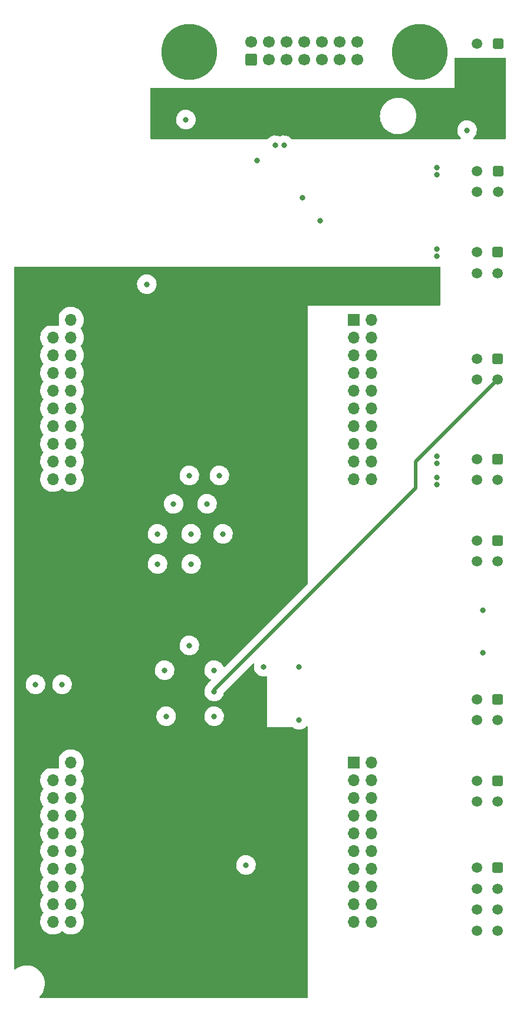
<source format=gbr>
%TF.GenerationSoftware,KiCad,Pcbnew,(6.0.1)*%
%TF.CreationDate,2022-08-22T16:21:27+03:00*%
%TF.ProjectId,Launch-Adapter,4c61756e-6368-42d4-9164-61707465722e,rev?*%
%TF.SameCoordinates,Original*%
%TF.FileFunction,Copper,L2,Inr*%
%TF.FilePolarity,Positive*%
%FSLAX46Y46*%
G04 Gerber Fmt 4.6, Leading zero omitted, Abs format (unit mm)*
G04 Created by KiCad (PCBNEW (6.0.1)) date 2022-08-22 16:21:27*
%MOMM*%
%LPD*%
G01*
G04 APERTURE LIST*
G04 Aperture macros list*
%AMRoundRect*
0 Rectangle with rounded corners*
0 $1 Rounding radius*
0 $2 $3 $4 $5 $6 $7 $8 $9 X,Y pos of 4 corners*
0 Add a 4 corners polygon primitive as box body*
4,1,4,$2,$3,$4,$5,$6,$7,$8,$9,$2,$3,0*
0 Add four circle primitives for the rounded corners*
1,1,$1+$1,$2,$3*
1,1,$1+$1,$4,$5*
1,1,$1+$1,$6,$7*
1,1,$1+$1,$8,$9*
0 Add four rect primitives between the rounded corners*
20,1,$1+$1,$2,$3,$4,$5,0*
20,1,$1+$1,$4,$5,$6,$7,0*
20,1,$1+$1,$6,$7,$8,$9,0*
20,1,$1+$1,$8,$9,$2,$3,0*%
G04 Aperture macros list end*
%TA.AperFunction,ComponentPad*%
%ADD10RoundRect,0.250001X-0.499999X0.499999X-0.499999X-0.499999X0.499999X-0.499999X0.499999X0.499999X0*%
%TD*%
%TA.AperFunction,ComponentPad*%
%ADD11C,1.500000*%
%TD*%
%TA.AperFunction,ComponentPad*%
%ADD12RoundRect,0.250000X0.600000X-0.600000X0.600000X0.600000X-0.600000X0.600000X-0.600000X-0.600000X0*%
%TD*%
%TA.AperFunction,ComponentPad*%
%ADD13C,1.700000*%
%TD*%
%TA.AperFunction,ComponentPad*%
%ADD14C,8.000000*%
%TD*%
%TA.AperFunction,ComponentPad*%
%ADD15R,1.700000X1.700000*%
%TD*%
%TA.AperFunction,ComponentPad*%
%ADD16O,1.700000X1.700000*%
%TD*%
%TA.AperFunction,ViaPad*%
%ADD17C,0.800000*%
%TD*%
%TA.AperFunction,Conductor*%
%ADD18C,0.500000*%
%TD*%
G04 APERTURE END LIST*
D10*
%TO.N,GND*%
%TO.C,J13*%
X126878500Y-24154000D03*
D11*
%TO.N,Net-(D1-Pad4)*%
X126878500Y-27154000D03*
%TO.N,GND*%
X123878500Y-24154000D03*
%TO.N,Net-(D1-Pad4)*%
X123878500Y-27154000D03*
%TD*%
D12*
%TO.N,RDY*%
%TO.C,J5*%
X91440000Y-26416000D03*
D13*
%TO.N,GND*%
X91440000Y-23876000D03*
%TO.N,FLT*%
X93980000Y-26416000D03*
%TO.N,GND*%
X93980000Y-23876000D03*
%TO.N,RST*%
X96520000Y-26416000D03*
%TO.N,GND*%
X96520000Y-23876000D03*
%TO.N,IN-*%
X99060000Y-26416000D03*
%TO.N,GND*%
X99060000Y-23876000D03*
%TO.N,IN+*%
X101600000Y-26416000D03*
%TO.N,GND*%
X101600000Y-23876000D03*
%TO.N,+5V*%
X104140000Y-26416000D03*
%TO.N,GND*%
X104140000Y-23876000D03*
%TO.N,+15V*%
X106680000Y-26416000D03*
%TO.N,GND*%
X106680000Y-23876000D03*
D14*
%TO.N,N/C*%
X115620000Y-25396000D03*
X82500000Y-25396000D03*
%TD*%
D10*
%TO.N,GND*%
%TO.C,J9*%
X126840000Y-54084000D03*
D11*
%TO.N,+3V3*%
X126840000Y-57084000D03*
%TO.N,GND*%
X123840000Y-54084000D03*
%TO.N,+3V3*%
X123840000Y-57084000D03*
%TD*%
D10*
%TO.N,GND2*%
%TO.C,J10*%
X126840000Y-95446000D03*
D11*
%TO.N,+5VD*%
X126840000Y-98446000D03*
%TO.N,GND2*%
X123840000Y-95446000D03*
%TO.N,+5VD*%
X123840000Y-98446000D03*
%TD*%
D10*
%TO.N,GND*%
%TO.C,J8*%
X126878500Y-42436000D03*
D11*
%TO.N,+15V*%
X126878500Y-45436000D03*
%TO.N,GND*%
X123878500Y-42436000D03*
%TO.N,+15V*%
X123878500Y-45436000D03*
%TD*%
D10*
%TO.N,GND*%
%TO.C,J6*%
X126840000Y-118214000D03*
D11*
X126840000Y-121214000D03*
%TO.N,V_IN*%
X123840000Y-118214000D03*
%TO.N,V_OUT*%
X123840000Y-121214000D03*
%TD*%
D10*
%TO.N,unconnected-(J14-Pad1)*%
%TO.C,J14*%
X126840000Y-69342000D03*
D11*
%TO.N,Temp*%
X126840000Y-72342000D03*
%TO.N,GND*%
X123840000Y-69342000D03*
%TO.N,+5V*%
X123840000Y-72342000D03*
%TD*%
D15*
%TO.N,+3V3*%
%TO.C,J2*%
X62992000Y-127254000D03*
D16*
%TO.N,+5V*%
X65532000Y-127254000D03*
%TO.N,unconnected-(J2-Pad3)*%
X62992000Y-129794000D03*
%TO.N,GND*%
X65532000Y-129794000D03*
%TO.N,unconnected-(J2-Pad5)*%
X62992000Y-132334000D03*
%TO.N,Net-(J2-Pad6)*%
X65532000Y-132334000D03*
%TO.N,unconnected-(J2-Pad7)*%
X62992000Y-134874000D03*
%TO.N,Net-(J2-Pad8)*%
X65532000Y-134874000D03*
%TO.N,unconnected-(J2-Pad9)*%
X62992000Y-137414000D03*
%TO.N,Net-(J2-Pad10)*%
X65532000Y-137414000D03*
%TO.N,unconnected-(J2-Pad11)*%
X62992000Y-139954000D03*
%TO.N,unconnected-(J2-Pad12)*%
X65532000Y-139954000D03*
%TO.N,unconnected-(J2-Pad13)*%
X62992000Y-142494000D03*
%TO.N,unconnected-(J2-Pad14)*%
X65532000Y-142494000D03*
%TO.N,unconnected-(J2-Pad15)*%
X62992000Y-145034000D03*
%TO.N,unconnected-(J2-Pad16)*%
X65532000Y-145034000D03*
%TO.N,unconnected-(J2-Pad17)*%
X62992000Y-147574000D03*
%TO.N,unconnected-(J2-Pad18)*%
X65532000Y-147574000D03*
%TO.N,unconnected-(J2-Pad19)*%
X62992000Y-150114000D03*
%TO.N,unconnected-(J2-Pad20)*%
X65532000Y-150114000D03*
%TD*%
D10*
%TO.N,GND*%
%TO.C,J12*%
X126840000Y-129898000D03*
D11*
%TO.N,I_INDUCT*%
X126840000Y-132898000D03*
%TO.N,GND*%
X123840000Y-129898000D03*
%TO.N,I_INDUCT*%
X123840000Y-132898000D03*
%TD*%
D10*
%TO.N,CANL*%
%TO.C,J11*%
X126840000Y-142392000D03*
D11*
%TO.N,GND*%
X126840000Y-145392000D03*
%TO.N,B*%
X126840000Y-148392000D03*
%TO.N,Y*%
X126840000Y-151392000D03*
%TO.N,CANH*%
X123840000Y-142392000D03*
%TO.N,GND*%
X123840000Y-145392000D03*
%TO.N,A*%
X123840000Y-148392000D03*
%TO.N,Z*%
X123840000Y-151392000D03*
%TD*%
D15*
%TO.N,unconnected-(J4-Pad1)*%
%TO.C,J4*%
X106172000Y-127254000D03*
D16*
%TO.N,unconnected-(J4-Pad2)*%
X108712000Y-127254000D03*
%TO.N,unconnected-(J4-Pad3)*%
X106172000Y-129794000D03*
%TO.N,unconnected-(J4-Pad4)*%
X108712000Y-129794000D03*
%TO.N,unconnected-(J4-Pad5)*%
X106172000Y-132334000D03*
%TO.N,unconnected-(J4-Pad6)*%
X108712000Y-132334000D03*
%TO.N,unconnected-(J4-Pad7)*%
X106172000Y-134874000D03*
%TO.N,unconnected-(J4-Pad8)*%
X108712000Y-134874000D03*
%TO.N,Net-(J4-Pad9)*%
X106172000Y-137414000D03*
%TO.N,unconnected-(J4-Pad10)*%
X108712000Y-137414000D03*
%TO.N,Net-(J4-Pad11)*%
X106172000Y-139954000D03*
%TO.N,unconnected-(J4-Pad12)*%
X108712000Y-139954000D03*
%TO.N,Net-(J4-Pad13)*%
X106172000Y-142494000D03*
%TO.N,unconnected-(J4-Pad14)*%
X108712000Y-142494000D03*
%TO.N,Net-(J4-Pad15)*%
X106172000Y-145034000D03*
%TO.N,unconnected-(J4-Pad16)*%
X108712000Y-145034000D03*
%TO.N,unconnected-(J4-Pad17)*%
X106172000Y-147574000D03*
%TO.N,unconnected-(J4-Pad18)*%
X108712000Y-147574000D03*
%TO.N,unconnected-(J4-Pad19)*%
X106172000Y-150114000D03*
%TO.N,unconnected-(J4-Pad20)*%
X108712000Y-150114000D03*
%TD*%
D15*
%TO.N,Net-(J3-Pad1)*%
%TO.C,J3*%
X106172000Y-63754000D03*
D16*
%TO.N,unconnected-(J3-Pad2)*%
X108712000Y-63754000D03*
%TO.N,unconnected-(J3-Pad3)*%
X106172000Y-66294000D03*
%TO.N,unconnected-(J3-Pad4)*%
X108712000Y-66294000D03*
%TO.N,Net-(J3-Pad5)*%
X106172000Y-68834000D03*
%TO.N,unconnected-(J3-Pad6)*%
X108712000Y-68834000D03*
%TO.N,unconnected-(J3-Pad7)*%
X106172000Y-71374000D03*
%TO.N,unconnected-(J3-Pad8)*%
X108712000Y-71374000D03*
%TO.N,Net-(J3-Pad9)*%
X106172000Y-73914000D03*
%TO.N,unconnected-(J3-Pad10)*%
X108712000Y-73914000D03*
%TO.N,unconnected-(J3-Pad11)*%
X106172000Y-76454000D03*
%TO.N,unconnected-(J3-Pad12)*%
X108712000Y-76454000D03*
%TO.N,RST*%
X106172000Y-78994000D03*
%TO.N,unconnected-(J3-Pad14)*%
X108712000Y-78994000D03*
%TO.N,FLT*%
X106172000Y-81534000D03*
%TO.N,unconnected-(J3-Pad16)*%
X108712000Y-81534000D03*
%TO.N,unconnected-(J3-Pad17)*%
X106172000Y-84074000D03*
%TO.N,Relay_Control*%
X108712000Y-84074000D03*
%TO.N,unconnected-(J3-Pad19)*%
X106172000Y-86614000D03*
%TO.N,RDY*%
X108712000Y-86614000D03*
%TD*%
D10*
%TO.N,GND*%
%TO.C,J7*%
X126840000Y-83764500D03*
D11*
%TO.N,+5V*%
X126840000Y-86764500D03*
%TO.N,GND*%
X123840000Y-83764500D03*
%TO.N,+5V*%
X123840000Y-86764500D03*
%TD*%
D15*
%TO.N,+3V3*%
%TO.C,J1*%
X62992000Y-63754000D03*
D16*
%TO.N,+5V*%
X65532000Y-63754000D03*
%TO.N,unconnected-(J1-Pad3)*%
X62992000Y-66294000D03*
%TO.N,GND*%
X65532000Y-66294000D03*
%TO.N,TXD*%
X62992000Y-68834000D03*
%TO.N,Net-(J1-Pad6)*%
X65532000Y-68834000D03*
%TO.N,RXD*%
X62992000Y-71374000D03*
%TO.N,Net-(J1-Pad8)*%
X65532000Y-71374000D03*
%TO.N,unconnected-(J1-Pad9)*%
X62992000Y-73914000D03*
%TO.N,Net-(J1-Pad10)*%
X65532000Y-73914000D03*
%TO.N,unconnected-(J1-Pad11)*%
X62992000Y-76454000D03*
%TO.N,unconnected-(J1-Pad12)*%
X65532000Y-76454000D03*
%TO.N,unconnected-(J1-Pad13)*%
X62992000Y-78994000D03*
%TO.N,Net-(J1-Pad14)*%
X65532000Y-78994000D03*
%TO.N,unconnected-(J1-Pad15)*%
X62992000Y-81534000D03*
%TO.N,Net-(J1-Pad16)*%
X65532000Y-81534000D03*
%TO.N,unconnected-(J1-Pad17)*%
X62992000Y-84074000D03*
%TO.N,Net-(J1-Pad18)*%
X65532000Y-84074000D03*
%TO.N,unconnected-(J1-Pad19)*%
X62992000Y-86614000D03*
%TO.N,Net-(J1-Pad20)*%
X65532000Y-86614000D03*
%TD*%
D17*
%TO.N,+5V*%
X118110000Y-86360000D03*
X124705000Y-111515000D03*
X92267000Y-40959000D03*
X118110000Y-87376000D03*
%TO.N,+3V3*%
X82550000Y-102362000D03*
X93218000Y-121158000D03*
X94488000Y-141986000D03*
X71882000Y-58674000D03*
X118204000Y-56642000D03*
X122428000Y-36576000D03*
X118204000Y-57658000D03*
%TO.N,+5VD*%
X98298000Y-121158000D03*
%TO.N,GND2*%
X98298000Y-113538000D03*
%TO.N,Temp*%
X86106000Y-117094000D03*
%TO.N,GND*%
X76438000Y-58674000D03*
X82804000Y-98806000D03*
X77978000Y-98806000D03*
X90678000Y-141986000D03*
X86106000Y-120650000D03*
X82042000Y-35052000D03*
X93218000Y-113538000D03*
X87376000Y-94488000D03*
X98806000Y-46228000D03*
X79226500Y-120650000D03*
X118110000Y-42926000D03*
X82550000Y-110490000D03*
X78994000Y-114046000D03*
X118110000Y-83312000D03*
X82801250Y-94485250D03*
X118110000Y-84328000D03*
X77978000Y-94488000D03*
X118110000Y-41910000D03*
X118110000Y-54610000D03*
X124714000Y-105410000D03*
X86106000Y-114046000D03*
X118110000Y-53594000D03*
%TO.N,Temp_ADC*%
X86868000Y-86106000D03*
X82550000Y-86106000D03*
%TO.N,IN-*%
X94869000Y-38735000D03*
%TO.N,IN+*%
X96139000Y-38735000D03*
%TO.N,V_OUT*%
X80285500Y-90191500D03*
%TO.N,V_IN*%
X85090000Y-90170000D03*
%TO.N,PWM_IN*%
X101362000Y-49546000D03*
%TO.N,TXD*%
X64262000Y-116078000D03*
X60452000Y-116078000D03*
%TO.N,Net-(D1-Pad4)*%
X77978000Y-37084000D03*
%TD*%
D18*
%TO.N,Temp*%
X86106000Y-116840000D02*
X86106000Y-117094000D01*
X126840000Y-72342000D02*
X115062000Y-84120000D01*
X115062000Y-84120000D02*
X115062000Y-87884000D01*
X115062000Y-87884000D02*
X86106000Y-116840000D01*
%TD*%
%TA.AperFunction,Conductor*%
%TO.N,Net-(D1-Pad4)*%
G36*
X127958121Y-26182002D02*
G01*
X128004614Y-26235658D01*
X128016000Y-26288000D01*
X128016000Y-37720000D01*
X127995998Y-37788121D01*
X127942342Y-37834614D01*
X127890000Y-37846000D01*
X123442681Y-37846000D01*
X123374560Y-37825998D01*
X123328067Y-37772342D01*
X123317963Y-37702068D01*
X123347457Y-37637488D01*
X123353741Y-37630749D01*
X123417013Y-37567697D01*
X123498190Y-37486803D01*
X123556269Y-37405978D01*
X123629559Y-37303983D01*
X123632577Y-37299783D01*
X123734615Y-37093325D01*
X123770628Y-36974794D01*
X123800059Y-36877927D01*
X123800060Y-36877921D01*
X123801563Y-36872975D01*
X123831622Y-36644649D01*
X123833300Y-36576000D01*
X123814430Y-36346478D01*
X123768936Y-36165362D01*
X123759585Y-36128132D01*
X123759585Y-36128131D01*
X123758326Y-36123120D01*
X123742211Y-36086057D01*
X123668556Y-35916661D01*
X123668554Y-35916658D01*
X123666496Y-35911924D01*
X123589964Y-35793624D01*
X123544215Y-35722906D01*
X123544213Y-35722903D01*
X123541405Y-35718563D01*
X123520774Y-35695889D01*
X123389890Y-35552051D01*
X123389889Y-35552050D01*
X123386412Y-35548229D01*
X123382361Y-35545030D01*
X123382357Y-35545026D01*
X123209735Y-35408697D01*
X123209730Y-35408693D01*
X123205681Y-35405496D01*
X123201165Y-35403003D01*
X123201162Y-35403001D01*
X123008589Y-35296695D01*
X123008585Y-35296693D01*
X123004065Y-35294198D01*
X122999196Y-35292474D01*
X122999192Y-35292472D01*
X122791853Y-35219049D01*
X122791849Y-35219048D01*
X122786978Y-35217323D01*
X122781885Y-35216416D01*
X122781882Y-35216415D01*
X122685707Y-35199284D01*
X122560250Y-35176937D01*
X122473802Y-35175881D01*
X122335141Y-35174186D01*
X122335139Y-35174186D01*
X122329971Y-35174123D01*
X122102325Y-35208958D01*
X121883424Y-35280506D01*
X121679149Y-35386845D01*
X121494984Y-35525119D01*
X121335877Y-35691616D01*
X121332963Y-35695888D01*
X121332962Y-35695889D01*
X121278462Y-35775783D01*
X121206099Y-35881863D01*
X121203923Y-35886552D01*
X121203919Y-35886558D01*
X121114867Y-36078405D01*
X121109136Y-36090752D01*
X121047592Y-36312673D01*
X121047043Y-36317810D01*
X121029430Y-36482616D01*
X121023119Y-36541665D01*
X121023416Y-36546817D01*
X121023416Y-36546821D01*
X121033795Y-36726815D01*
X121036376Y-36771580D01*
X121037513Y-36776626D01*
X121037514Y-36776632D01*
X121059226Y-36872975D01*
X121087006Y-36996242D01*
X121088948Y-37001024D01*
X121088949Y-37001028D01*
X121125677Y-37091477D01*
X121173649Y-37209618D01*
X121293979Y-37405978D01*
X121444763Y-37580048D01*
X121448738Y-37583348D01*
X121448741Y-37583351D01*
X121496566Y-37623056D01*
X121536201Y-37681959D01*
X121537699Y-37752940D01*
X121500584Y-37813462D01*
X121436640Y-37844311D01*
X121416081Y-37846000D01*
X97279389Y-37846000D01*
X97211268Y-37825998D01*
X97186196Y-37804800D01*
X97115542Y-37727154D01*
X97097412Y-37707229D01*
X97093361Y-37704030D01*
X97093357Y-37704026D01*
X96920735Y-37567697D01*
X96920730Y-37567693D01*
X96916681Y-37564496D01*
X96912165Y-37562003D01*
X96912162Y-37562001D01*
X96719589Y-37455695D01*
X96719585Y-37455693D01*
X96715065Y-37453198D01*
X96710196Y-37451474D01*
X96710192Y-37451472D01*
X96502853Y-37378049D01*
X96502849Y-37378048D01*
X96497978Y-37376323D01*
X96492885Y-37375416D01*
X96492882Y-37375415D01*
X96396707Y-37358284D01*
X96271250Y-37335937D01*
X96184802Y-37334881D01*
X96046141Y-37333186D01*
X96046139Y-37333186D01*
X96040971Y-37333123D01*
X95813325Y-37367958D01*
X95594424Y-37439506D01*
X95589836Y-37441894D01*
X95589832Y-37441896D01*
X95564716Y-37454971D01*
X95495057Y-37468684D01*
X95454954Y-37456376D01*
X95454307Y-37457816D01*
X95449588Y-37455695D01*
X95445065Y-37453198D01*
X95440196Y-37451474D01*
X95440192Y-37451472D01*
X95232853Y-37378049D01*
X95232849Y-37378048D01*
X95227978Y-37376323D01*
X95222885Y-37375416D01*
X95222882Y-37375415D01*
X95126707Y-37358284D01*
X95001250Y-37335937D01*
X94914802Y-37334881D01*
X94776141Y-37333186D01*
X94776139Y-37333186D01*
X94770971Y-37333123D01*
X94543325Y-37367958D01*
X94324424Y-37439506D01*
X94120149Y-37545845D01*
X93935984Y-37684119D01*
X93932410Y-37687859D01*
X93818508Y-37807051D01*
X93756984Y-37842481D01*
X93727414Y-37846000D01*
X77088000Y-37846000D01*
X77019879Y-37825998D01*
X76973386Y-37772342D01*
X76962000Y-37720000D01*
X76962000Y-35017665D01*
X80637119Y-35017665D01*
X80637416Y-35022817D01*
X80637416Y-35022821D01*
X80642864Y-35117296D01*
X80650376Y-35247580D01*
X80651513Y-35252626D01*
X80651514Y-35252632D01*
X80673226Y-35348975D01*
X80701006Y-35472242D01*
X80702948Y-35477024D01*
X80702949Y-35477028D01*
X80740427Y-35569325D01*
X80787649Y-35685618D01*
X80907979Y-35881978D01*
X81058763Y-36056048D01*
X81235953Y-36203154D01*
X81434790Y-36319345D01*
X81649934Y-36401501D01*
X81655000Y-36402532D01*
X81655001Y-36402532D01*
X81755697Y-36423018D01*
X81875607Y-36447414D01*
X82005352Y-36452172D01*
X82100585Y-36455664D01*
X82100589Y-36455664D01*
X82105749Y-36455853D01*
X82110869Y-36455197D01*
X82110871Y-36455197D01*
X82180272Y-36446307D01*
X82334178Y-36426591D01*
X82339126Y-36425106D01*
X82339133Y-36425105D01*
X82549811Y-36361898D01*
X82549810Y-36361898D01*
X82554761Y-36360413D01*
X82761574Y-36259096D01*
X82949062Y-36125363D01*
X83112190Y-35962803D01*
X83170269Y-35881978D01*
X83243559Y-35779983D01*
X83246577Y-35775783D01*
X83272711Y-35722906D01*
X83346321Y-35573966D01*
X83348615Y-35569325D01*
X83397418Y-35408697D01*
X83414059Y-35353927D01*
X83414060Y-35353921D01*
X83415563Y-35348975D01*
X83429592Y-35242411D01*
X83445185Y-35123971D01*
X83445185Y-35123965D01*
X83445622Y-35120649D01*
X83447300Y-35052000D01*
X83428430Y-34822478D01*
X83372326Y-34599120D01*
X83368131Y-34589471D01*
X109916955Y-34589471D01*
X109941914Y-34906607D01*
X110005336Y-35218338D01*
X110106276Y-35520016D01*
X110243229Y-35807143D01*
X110414153Y-36075440D01*
X110616500Y-36320907D01*
X110847254Y-36539884D01*
X111102975Y-36729108D01*
X111168908Y-36766411D01*
X111376492Y-36883857D01*
X111376496Y-36883859D01*
X111379849Y-36885756D01*
X111673751Y-37007494D01*
X111775083Y-37035596D01*
X111976582Y-37091477D01*
X111976590Y-37091479D01*
X111980298Y-37092507D01*
X112294921Y-37139528D01*
X112298219Y-37139672D01*
X112407427Y-37144440D01*
X112407432Y-37144440D01*
X112408804Y-37144500D01*
X112602799Y-37144500D01*
X112839524Y-37130021D01*
X112843307Y-37129320D01*
X112843314Y-37129319D01*
X113012477Y-37097966D01*
X113152313Y-37072049D01*
X113392744Y-36996242D01*
X113452035Y-36977548D01*
X113452038Y-36977547D01*
X113455707Y-36976390D01*
X113459204Y-36974796D01*
X113459210Y-36974794D01*
X113741673Y-36846068D01*
X113741677Y-36846066D01*
X113745181Y-36844469D01*
X113930334Y-36731007D01*
X114013142Y-36680262D01*
X114013145Y-36680260D01*
X114016420Y-36678253D01*
X114019424Y-36675863D01*
X114019429Y-36675860D01*
X114262370Y-36482616D01*
X114265381Y-36480221D01*
X114289328Y-36455853D01*
X114430030Y-36312673D01*
X114488352Y-36253324D01*
X114529385Y-36199849D01*
X114679674Y-36003989D01*
X114679679Y-36003981D01*
X114682009Y-36000945D01*
X114754674Y-35877584D01*
X114841513Y-35730162D01*
X114841515Y-35730159D01*
X114843466Y-35726846D01*
X114970315Y-35435114D01*
X114979828Y-35403001D01*
X115016588Y-35278899D01*
X115060665Y-35130097D01*
X115113169Y-34816343D01*
X115127045Y-34498529D01*
X115103464Y-34198906D01*
X115102388Y-34185228D01*
X115102388Y-34185225D01*
X115102086Y-34181393D01*
X115038664Y-33869662D01*
X114937724Y-33567984D01*
X114800771Y-33280857D01*
X114629847Y-33012560D01*
X114427500Y-32767093D01*
X114196746Y-32548116D01*
X113941025Y-32358892D01*
X113740680Y-32245542D01*
X113667508Y-32204143D01*
X113667504Y-32204141D01*
X113664151Y-32202244D01*
X113370249Y-32080506D01*
X113268917Y-32052404D01*
X113067418Y-31996523D01*
X113067410Y-31996521D01*
X113063702Y-31995493D01*
X112749079Y-31948472D01*
X112745781Y-31948328D01*
X112636573Y-31943560D01*
X112636568Y-31943560D01*
X112635196Y-31943500D01*
X112441201Y-31943500D01*
X112204476Y-31957979D01*
X112200693Y-31958680D01*
X112200686Y-31958681D01*
X112048082Y-31986965D01*
X111891687Y-32015951D01*
X111711997Y-32072606D01*
X111591965Y-32110452D01*
X111591962Y-32110453D01*
X111588293Y-32111610D01*
X111584796Y-32113204D01*
X111584790Y-32113206D01*
X111302327Y-32241932D01*
X111302323Y-32241934D01*
X111298819Y-32243531D01*
X111295540Y-32245541D01*
X111295537Y-32245542D01*
X111106826Y-32361185D01*
X111027580Y-32409747D01*
X111024576Y-32412137D01*
X111024571Y-32412140D01*
X110805962Y-32586030D01*
X110778619Y-32607779D01*
X110555648Y-32834676D01*
X110553307Y-32837727D01*
X110553306Y-32837728D01*
X110364326Y-33084011D01*
X110364321Y-33084019D01*
X110361991Y-33087055D01*
X110360042Y-33090364D01*
X110245792Y-33284322D01*
X110200534Y-33361154D01*
X110073685Y-33652886D01*
X109983335Y-33957903D01*
X109930831Y-34271657D01*
X109916955Y-34589471D01*
X83368131Y-34589471D01*
X83280496Y-34387924D01*
X83155405Y-34194563D01*
X83143422Y-34181393D01*
X83003890Y-34028051D01*
X83003889Y-34028050D01*
X83000412Y-34024229D01*
X82996361Y-34021030D01*
X82996357Y-34021026D01*
X82823735Y-33884697D01*
X82823730Y-33884693D01*
X82819681Y-33881496D01*
X82815165Y-33879003D01*
X82815162Y-33879001D01*
X82622589Y-33772695D01*
X82622585Y-33772693D01*
X82618065Y-33770198D01*
X82613196Y-33768474D01*
X82613192Y-33768472D01*
X82405853Y-33695049D01*
X82405849Y-33695048D01*
X82400978Y-33693323D01*
X82395885Y-33692416D01*
X82395882Y-33692415D01*
X82299707Y-33675284D01*
X82174250Y-33652937D01*
X82087802Y-33651881D01*
X81949141Y-33650186D01*
X81949139Y-33650186D01*
X81943971Y-33650123D01*
X81716325Y-33684958D01*
X81497424Y-33756506D01*
X81293149Y-33862845D01*
X81108984Y-34001119D01*
X80949877Y-34167616D01*
X80820099Y-34357863D01*
X80817923Y-34362552D01*
X80817919Y-34362558D01*
X80806145Y-34387924D01*
X80723136Y-34566752D01*
X80661592Y-34788673D01*
X80637119Y-35017665D01*
X76962000Y-35017665D01*
X76962000Y-30606000D01*
X76982002Y-30537879D01*
X77035658Y-30491386D01*
X77088000Y-30480000D01*
X120650000Y-30480000D01*
X120650000Y-26288000D01*
X120670002Y-26219879D01*
X120723658Y-26173386D01*
X120776000Y-26162000D01*
X127890000Y-26162000D01*
X127958121Y-26182002D01*
G37*
%TD.AperFunction*%
%TD*%
%TA.AperFunction,Conductor*%
%TO.N,+3V3*%
G36*
X118560121Y-56154002D02*
G01*
X118606614Y-56207658D01*
X118618000Y-56260000D01*
X118618000Y-61596000D01*
X118597998Y-61664121D01*
X118544342Y-61710614D01*
X118492000Y-61722000D01*
X99568000Y-61722000D01*
X99568000Y-101557336D01*
X99547998Y-101625457D01*
X99531095Y-101646431D01*
X87612055Y-113565471D01*
X87549743Y-113599497D01*
X87478928Y-113594432D01*
X87422092Y-113551885D01*
X87407410Y-113526618D01*
X87397430Y-113503665D01*
X87344496Y-113381924D01*
X87219405Y-113188563D01*
X87198774Y-113165889D01*
X87067890Y-113022051D01*
X87067889Y-113022050D01*
X87064412Y-113018229D01*
X87060361Y-113015030D01*
X87060357Y-113015026D01*
X86887735Y-112878697D01*
X86887730Y-112878693D01*
X86883681Y-112875496D01*
X86879165Y-112873003D01*
X86879162Y-112873001D01*
X86686589Y-112766695D01*
X86686585Y-112766693D01*
X86682065Y-112764198D01*
X86677196Y-112762474D01*
X86677192Y-112762472D01*
X86469853Y-112689049D01*
X86469849Y-112689048D01*
X86464978Y-112687323D01*
X86459885Y-112686416D01*
X86459882Y-112686415D01*
X86363707Y-112669284D01*
X86238250Y-112646937D01*
X86151802Y-112645881D01*
X86013141Y-112644186D01*
X86013139Y-112644186D01*
X86007971Y-112644123D01*
X85780325Y-112678958D01*
X85561424Y-112750506D01*
X85357149Y-112856845D01*
X85172984Y-112995119D01*
X85013877Y-113161616D01*
X84884099Y-113351863D01*
X84881923Y-113356552D01*
X84881919Y-113356558D01*
X84802980Y-113526618D01*
X84787136Y-113560752D01*
X84725592Y-113782673D01*
X84701119Y-114011665D01*
X84701416Y-114016817D01*
X84701416Y-114016821D01*
X84703636Y-114055325D01*
X84714376Y-114241580D01*
X84715513Y-114246626D01*
X84715514Y-114246632D01*
X84737226Y-114342975D01*
X84765006Y-114466242D01*
X84766948Y-114471024D01*
X84766949Y-114471028D01*
X84825151Y-114614361D01*
X84851649Y-114679618D01*
X84971979Y-114875978D01*
X85122763Y-115050048D01*
X85299953Y-115197154D01*
X85498790Y-115313345D01*
X85503610Y-115315186D01*
X85503615Y-115315188D01*
X85540922Y-115329434D01*
X85581607Y-115344970D01*
X85638109Y-115387956D01*
X85662402Y-115454667D01*
X85646772Y-115523922D01*
X85625752Y-115551774D01*
X85286016Y-115891510D01*
X85273626Y-115902377D01*
X85256146Y-115915790D01*
X85201958Y-115975342D01*
X85201654Y-115975676D01*
X85197555Y-115979971D01*
X85181720Y-115995806D01*
X85165083Y-116015704D01*
X85161632Y-116019659D01*
X85105914Y-116080893D01*
X85096470Y-116095948D01*
X85086401Y-116109806D01*
X85075003Y-116123438D01*
X85072224Y-116128310D01*
X85072222Y-116128313D01*
X85051239Y-116165101D01*
X85032885Y-116189725D01*
X85013877Y-116209616D01*
X84884099Y-116399863D01*
X84881923Y-116404552D01*
X84881919Y-116404558D01*
X84791214Y-116599966D01*
X84787136Y-116608752D01*
X84725592Y-116830673D01*
X84725043Y-116835810D01*
X84709141Y-116984606D01*
X84701119Y-117059665D01*
X84701416Y-117064817D01*
X84701416Y-117064821D01*
X84708561Y-117188728D01*
X84714376Y-117289580D01*
X84715513Y-117294626D01*
X84715514Y-117294632D01*
X84736198Y-117386413D01*
X84765006Y-117514242D01*
X84766948Y-117519024D01*
X84766949Y-117519028D01*
X84804427Y-117611325D01*
X84851649Y-117727618D01*
X84971979Y-117923978D01*
X85122763Y-118098048D01*
X85299953Y-118245154D01*
X85498790Y-118361345D01*
X85713934Y-118443501D01*
X85719000Y-118444532D01*
X85719001Y-118444532D01*
X85819697Y-118465018D01*
X85939607Y-118489414D01*
X86069352Y-118494172D01*
X86164585Y-118497664D01*
X86164589Y-118497664D01*
X86169749Y-118497853D01*
X86174869Y-118497197D01*
X86174871Y-118497197D01*
X86244272Y-118488307D01*
X86398178Y-118468591D01*
X86403126Y-118467106D01*
X86403133Y-118467105D01*
X86613811Y-118403898D01*
X86613810Y-118403898D01*
X86618761Y-118402413D01*
X86825574Y-118301096D01*
X87013062Y-118167363D01*
X87176190Y-118004803D01*
X87234269Y-117923978D01*
X87307559Y-117821983D01*
X87310577Y-117817783D01*
X87412615Y-117611325D01*
X87451952Y-117481853D01*
X87478059Y-117395927D01*
X87478060Y-117395921D01*
X87479563Y-117390975D01*
X87497641Y-117253654D01*
X87526363Y-117188728D01*
X87533468Y-117181006D01*
X91651836Y-113062638D01*
X91714148Y-113028612D01*
X91784963Y-113033677D01*
X91841799Y-113076224D01*
X91866610Y-113142744D01*
X91862349Y-113185400D01*
X91837592Y-113274673D01*
X91837043Y-113279810D01*
X91825624Y-113386661D01*
X91813119Y-113503665D01*
X91813416Y-113508817D01*
X91813416Y-113508821D01*
X91818004Y-113588381D01*
X91826376Y-113733580D01*
X91827513Y-113738626D01*
X91827514Y-113738632D01*
X91838597Y-113787810D01*
X91877006Y-113958242D01*
X91878948Y-113963024D01*
X91878949Y-113963028D01*
X91916427Y-114055325D01*
X91963649Y-114171618D01*
X92083979Y-114367978D01*
X92234763Y-114542048D01*
X92411953Y-114689154D01*
X92610790Y-114805345D01*
X92825934Y-114887501D01*
X92831000Y-114888532D01*
X92831001Y-114888532D01*
X92924214Y-114907496D01*
X93051607Y-114933414D01*
X93181352Y-114938172D01*
X93276585Y-114941664D01*
X93276589Y-114941664D01*
X93281749Y-114941853D01*
X93286869Y-114941197D01*
X93286871Y-114941197D01*
X93505050Y-114913248D01*
X93505051Y-114913248D01*
X93510178Y-114912591D01*
X93515129Y-114911106D01*
X93515132Y-114911105D01*
X93563793Y-114896506D01*
X93634788Y-114896090D01*
X93694738Y-114934122D01*
X93724610Y-114998528D01*
X93726000Y-115017192D01*
X93726000Y-122174000D01*
X97283672Y-122174000D01*
X97351793Y-122194002D01*
X97364157Y-122203056D01*
X97491953Y-122309154D01*
X97690790Y-122425345D01*
X97905934Y-122507501D01*
X97911000Y-122508532D01*
X97911001Y-122508532D01*
X98011697Y-122529018D01*
X98131607Y-122553414D01*
X98261352Y-122558172D01*
X98356585Y-122561664D01*
X98356589Y-122561664D01*
X98361749Y-122561853D01*
X98366869Y-122561197D01*
X98366871Y-122561197D01*
X98436272Y-122552307D01*
X98590178Y-122532591D01*
X98595126Y-122531106D01*
X98595133Y-122531105D01*
X98805811Y-122467898D01*
X98805810Y-122467898D01*
X98810761Y-122466413D01*
X99017574Y-122365096D01*
X99205062Y-122231363D01*
X99353061Y-122083880D01*
X99415431Y-122049964D01*
X99486238Y-122055152D01*
X99543000Y-122097798D01*
X99567694Y-122164361D01*
X99568000Y-122173131D01*
X99568000Y-160926000D01*
X99547998Y-160994121D01*
X99494342Y-161040614D01*
X99442000Y-161052000D01*
X61116013Y-161052000D01*
X61047892Y-161031998D01*
X61001399Y-160978342D01*
X60991295Y-160908068D01*
X61020789Y-160843488D01*
X61026143Y-160837686D01*
X61145650Y-160716075D01*
X61145661Y-160716063D01*
X61148352Y-160713324D01*
X61150694Y-160710272D01*
X61339674Y-160463989D01*
X61339679Y-160463981D01*
X61342009Y-160460945D01*
X61400231Y-160362104D01*
X61501513Y-160190162D01*
X61501515Y-160190159D01*
X61503466Y-160186846D01*
X61630315Y-159895114D01*
X61720665Y-159590097D01*
X61773169Y-159276343D01*
X61787045Y-158958529D01*
X61762086Y-158641393D01*
X61698664Y-158329662D01*
X61597724Y-158027984D01*
X61460771Y-157740857D01*
X61289847Y-157472560D01*
X61087500Y-157227093D01*
X60856746Y-157008116D01*
X60601025Y-156818892D01*
X60400680Y-156705542D01*
X60327508Y-156664143D01*
X60327504Y-156664141D01*
X60324151Y-156662244D01*
X60030249Y-156540506D01*
X59928917Y-156512404D01*
X59727418Y-156456523D01*
X59727410Y-156456521D01*
X59723702Y-156455493D01*
X59409079Y-156408472D01*
X59405781Y-156408328D01*
X59296573Y-156403560D01*
X59296568Y-156403560D01*
X59295196Y-156403500D01*
X59101201Y-156403500D01*
X58864476Y-156417979D01*
X58860693Y-156418680D01*
X58860686Y-156418681D01*
X58708082Y-156446965D01*
X58551687Y-156475951D01*
X58371997Y-156532606D01*
X58251965Y-156570452D01*
X58251962Y-156570453D01*
X58248293Y-156571610D01*
X58244796Y-156573204D01*
X58244790Y-156573206D01*
X57962327Y-156701932D01*
X57962323Y-156701934D01*
X57958819Y-156703531D01*
X57955540Y-156705541D01*
X57955537Y-156705542D01*
X57724997Y-156846818D01*
X57687580Y-156869747D01*
X57684576Y-156872137D01*
X57684571Y-156872140D01*
X57592437Y-156945427D01*
X57526673Y-156972179D01*
X57456886Y-156959130D01*
X57405232Y-156910423D01*
X57388000Y-156846818D01*
X57388000Y-150055726D01*
X61137688Y-150055726D01*
X61147977Y-150317582D01*
X61195058Y-150575376D01*
X61277994Y-150823965D01*
X61279987Y-150827953D01*
X61357018Y-150982116D01*
X61395128Y-151058387D01*
X61544124Y-151273967D01*
X61650230Y-151388751D01*
X61665321Y-151405076D01*
X61722010Y-151466402D01*
X61725464Y-151469214D01*
X61921778Y-151629039D01*
X61921782Y-151629042D01*
X61925235Y-151631853D01*
X62149745Y-151767019D01*
X62262545Y-151814784D01*
X62386962Y-151867468D01*
X62386966Y-151867469D01*
X62391060Y-151869203D01*
X62395352Y-151870341D01*
X62395355Y-151870342D01*
X62496125Y-151897061D01*
X62644365Y-151936366D01*
X62648789Y-151936890D01*
X62648791Y-151936890D01*
X62799572Y-151954736D01*
X62904607Y-151967167D01*
X63166592Y-151960993D01*
X63170986Y-151960262D01*
X63170993Y-151960261D01*
X63420692Y-151918700D01*
X63420696Y-151918699D01*
X63425094Y-151917967D01*
X63589061Y-151866111D01*
X63670709Y-151840289D01*
X63670711Y-151840288D01*
X63674955Y-151838946D01*
X63678966Y-151837020D01*
X63678971Y-151837018D01*
X63907169Y-151727439D01*
X63907170Y-151727438D01*
X63911188Y-151725509D01*
X64055566Y-151629039D01*
X64125374Y-151582395D01*
X64125379Y-151582391D01*
X64129082Y-151579917D01*
X64132398Y-151576946D01*
X64132403Y-151576943D01*
X64178606Y-151535560D01*
X64242694Y-151505011D01*
X64313125Y-151513960D01*
X64342221Y-151531704D01*
X64461778Y-151629039D01*
X64461782Y-151629042D01*
X64465235Y-151631853D01*
X64689745Y-151767019D01*
X64802545Y-151814784D01*
X64926962Y-151867468D01*
X64926966Y-151867469D01*
X64931060Y-151869203D01*
X64935352Y-151870341D01*
X64935355Y-151870342D01*
X65036125Y-151897061D01*
X65184365Y-151936366D01*
X65188789Y-151936890D01*
X65188791Y-151936890D01*
X65339572Y-151954736D01*
X65444607Y-151967167D01*
X65706592Y-151960993D01*
X65710986Y-151960262D01*
X65710993Y-151960261D01*
X65960692Y-151918700D01*
X65960696Y-151918699D01*
X65965094Y-151917967D01*
X66129061Y-151866111D01*
X66210709Y-151840289D01*
X66210711Y-151840288D01*
X66214955Y-151838946D01*
X66218966Y-151837020D01*
X66218971Y-151837018D01*
X66447169Y-151727439D01*
X66447170Y-151727438D01*
X66451188Y-151725509D01*
X66595566Y-151629039D01*
X66665380Y-151582391D01*
X66665384Y-151582388D01*
X66669082Y-151579917D01*
X66864287Y-151405076D01*
X66974496Y-151273967D01*
X67030043Y-151207886D01*
X67030045Y-151207884D01*
X67032910Y-151204475D01*
X67171586Y-150982116D01*
X67239741Y-150827953D01*
X67275749Y-150746503D01*
X67277547Y-150742436D01*
X67348681Y-150490216D01*
X67371280Y-150321962D01*
X67383139Y-150233673D01*
X67383140Y-150233665D01*
X67383566Y-150230491D01*
X67387227Y-150114000D01*
X67368719Y-149852596D01*
X67313563Y-149596408D01*
X67294610Y-149545032D01*
X67224401Y-149354724D01*
X67222860Y-149350547D01*
X67098420Y-149119920D01*
X67095774Y-149116337D01*
X66947735Y-148915907D01*
X66923353Y-148849228D01*
X66938890Y-148779953D01*
X66952636Y-148759973D01*
X67030045Y-148667883D01*
X67032910Y-148664475D01*
X67171586Y-148442116D01*
X67239741Y-148287953D01*
X67275749Y-148206503D01*
X67277547Y-148202436D01*
X67348681Y-147950216D01*
X67371280Y-147781962D01*
X67383139Y-147693673D01*
X67383140Y-147693665D01*
X67383566Y-147690491D01*
X67387227Y-147574000D01*
X67368719Y-147312596D01*
X67313563Y-147056408D01*
X67294610Y-147005032D01*
X67224401Y-146814724D01*
X67222860Y-146810547D01*
X67098420Y-146579920D01*
X67095774Y-146576337D01*
X66947735Y-146375907D01*
X66923353Y-146309228D01*
X66938890Y-146239953D01*
X66952636Y-146219973D01*
X67030045Y-146127883D01*
X67032910Y-146124475D01*
X67171586Y-145902116D01*
X67239741Y-145747953D01*
X67275749Y-145666503D01*
X67277547Y-145662436D01*
X67348681Y-145410216D01*
X67371280Y-145241962D01*
X67383139Y-145153673D01*
X67383140Y-145153665D01*
X67383566Y-145150491D01*
X67387227Y-145034000D01*
X67368719Y-144772596D01*
X67313563Y-144516408D01*
X67294610Y-144465032D01*
X67224401Y-144274724D01*
X67222860Y-144270547D01*
X67098420Y-144039920D01*
X67095774Y-144036337D01*
X66947735Y-143835907D01*
X66923353Y-143769228D01*
X66938890Y-143699953D01*
X66952636Y-143679973D01*
X67030045Y-143587883D01*
X67032910Y-143584475D01*
X67171586Y-143362116D01*
X67183353Y-143335501D01*
X67275749Y-143126503D01*
X67277547Y-143122436D01*
X67348681Y-142870216D01*
X67356557Y-142811577D01*
X67383139Y-142613673D01*
X67383140Y-142613665D01*
X67383566Y-142610491D01*
X67387227Y-142494000D01*
X67368719Y-142232596D01*
X67313563Y-141976408D01*
X67304435Y-141951665D01*
X89273119Y-141951665D01*
X89273416Y-141956817D01*
X89273416Y-141956821D01*
X89278864Y-142051296D01*
X89286376Y-142181580D01*
X89287513Y-142186626D01*
X89287514Y-142186632D01*
X89309226Y-142282975D01*
X89337006Y-142406242D01*
X89338948Y-142411024D01*
X89338949Y-142411028D01*
X89376427Y-142503325D01*
X89423649Y-142619618D01*
X89543979Y-142815978D01*
X89694763Y-142990048D01*
X89871953Y-143137154D01*
X90070790Y-143253345D01*
X90285934Y-143335501D01*
X90291000Y-143336532D01*
X90291001Y-143336532D01*
X90391697Y-143357018D01*
X90511607Y-143381414D01*
X90641352Y-143386172D01*
X90736585Y-143389664D01*
X90736589Y-143389664D01*
X90741749Y-143389853D01*
X90746869Y-143389197D01*
X90746871Y-143389197D01*
X90816272Y-143380307D01*
X90970178Y-143360591D01*
X90975126Y-143359106D01*
X90975133Y-143359105D01*
X91185811Y-143295898D01*
X91185810Y-143295898D01*
X91190761Y-143294413D01*
X91397574Y-143193096D01*
X91585062Y-143059363D01*
X91748190Y-142896803D01*
X91806269Y-142815978D01*
X91879559Y-142713983D01*
X91882577Y-142709783D01*
X91886443Y-142701962D01*
X91982321Y-142507966D01*
X91984615Y-142503325D01*
X92015643Y-142401200D01*
X92050059Y-142287927D01*
X92050060Y-142287921D01*
X92051563Y-142282975D01*
X92081622Y-142054649D01*
X92083300Y-141986000D01*
X92064430Y-141756478D01*
X92008326Y-141533120D01*
X91916496Y-141321924D01*
X91811712Y-141159953D01*
X91794215Y-141132906D01*
X91794213Y-141132903D01*
X91791405Y-141128563D01*
X91781098Y-141117235D01*
X91639890Y-140962051D01*
X91639889Y-140962050D01*
X91636412Y-140958229D01*
X91632361Y-140955030D01*
X91632357Y-140955026D01*
X91459735Y-140818697D01*
X91459730Y-140818693D01*
X91455681Y-140815496D01*
X91451165Y-140813003D01*
X91451162Y-140813001D01*
X91258589Y-140706695D01*
X91258585Y-140706693D01*
X91254065Y-140704198D01*
X91249196Y-140702474D01*
X91249192Y-140702472D01*
X91041853Y-140629049D01*
X91041849Y-140629048D01*
X91036978Y-140627323D01*
X91031885Y-140626416D01*
X91031882Y-140626415D01*
X90935707Y-140609284D01*
X90810250Y-140586937D01*
X90723802Y-140585881D01*
X90585141Y-140584186D01*
X90585139Y-140584186D01*
X90579971Y-140584123D01*
X90352325Y-140618958D01*
X90133424Y-140690506D01*
X89929149Y-140796845D01*
X89744984Y-140935119D01*
X89585877Y-141101616D01*
X89582963Y-141105888D01*
X89582962Y-141105889D01*
X89546082Y-141159953D01*
X89456099Y-141291863D01*
X89453923Y-141296552D01*
X89453919Y-141296558D01*
X89361315Y-141496057D01*
X89359136Y-141500752D01*
X89297592Y-141722673D01*
X89297043Y-141727810D01*
X89276870Y-141916570D01*
X89273119Y-141951665D01*
X67304435Y-141951665D01*
X67294610Y-141925032D01*
X67224401Y-141734724D01*
X67222860Y-141730547D01*
X67098420Y-141499920D01*
X67095567Y-141496057D01*
X66947735Y-141295907D01*
X66923353Y-141229228D01*
X66938890Y-141159953D01*
X66952636Y-141139973D01*
X67030045Y-141047883D01*
X67032910Y-141044475D01*
X67171586Y-140822116D01*
X67182759Y-140796845D01*
X67275749Y-140586503D01*
X67277547Y-140582436D01*
X67348681Y-140330216D01*
X67371280Y-140161962D01*
X67383139Y-140073673D01*
X67383140Y-140073665D01*
X67383566Y-140070491D01*
X67387227Y-139954000D01*
X67368719Y-139692596D01*
X67313563Y-139436408D01*
X67294610Y-139385032D01*
X67224401Y-139194724D01*
X67222860Y-139190547D01*
X67098420Y-138959920D01*
X67095774Y-138956337D01*
X66947735Y-138755907D01*
X66923353Y-138689228D01*
X66938890Y-138619953D01*
X66952636Y-138599973D01*
X67030045Y-138507883D01*
X67032910Y-138504475D01*
X67171586Y-138282116D01*
X67239741Y-138127953D01*
X67275749Y-138046503D01*
X67277547Y-138042436D01*
X67348681Y-137790216D01*
X67371280Y-137621962D01*
X67383139Y-137533673D01*
X67383140Y-137533665D01*
X67383566Y-137530491D01*
X67387227Y-137414000D01*
X67368719Y-137152596D01*
X67313563Y-136896408D01*
X67294610Y-136845032D01*
X67224401Y-136654724D01*
X67222860Y-136650547D01*
X67098420Y-136419920D01*
X67095774Y-136416337D01*
X66947735Y-136215907D01*
X66923353Y-136149228D01*
X66938890Y-136079953D01*
X66952636Y-136059973D01*
X67030045Y-135967883D01*
X67032910Y-135964475D01*
X67171586Y-135742116D01*
X67239741Y-135587953D01*
X67275749Y-135506503D01*
X67277547Y-135502436D01*
X67348681Y-135250216D01*
X67371280Y-135081962D01*
X67383139Y-134993673D01*
X67383140Y-134993665D01*
X67383566Y-134990491D01*
X67387227Y-134874000D01*
X67368719Y-134612596D01*
X67313563Y-134356408D01*
X67294610Y-134305032D01*
X67224401Y-134114724D01*
X67222860Y-134110547D01*
X67098420Y-133879920D01*
X67095774Y-133876337D01*
X66947735Y-133675907D01*
X66923353Y-133609228D01*
X66938890Y-133539953D01*
X66952636Y-133519973D01*
X67030045Y-133427883D01*
X67032910Y-133424475D01*
X67171586Y-133202116D01*
X67239741Y-133047953D01*
X67275749Y-132966503D01*
X67277547Y-132962436D01*
X67348681Y-132710216D01*
X67371280Y-132541962D01*
X67383139Y-132453673D01*
X67383140Y-132453665D01*
X67383566Y-132450491D01*
X67387227Y-132334000D01*
X67368719Y-132072596D01*
X67313563Y-131816408D01*
X67294610Y-131765032D01*
X67224401Y-131574724D01*
X67222860Y-131570547D01*
X67098420Y-131339920D01*
X67095774Y-131336337D01*
X66947735Y-131135907D01*
X66923353Y-131069228D01*
X66938890Y-130999953D01*
X66952636Y-130979973D01*
X67030045Y-130887883D01*
X67032910Y-130884475D01*
X67171586Y-130662116D01*
X67239741Y-130507953D01*
X67275749Y-130426503D01*
X67277547Y-130422436D01*
X67348681Y-130170216D01*
X67371280Y-130001962D01*
X67383139Y-129913673D01*
X67383140Y-129913665D01*
X67383566Y-129910491D01*
X67387227Y-129794000D01*
X67368719Y-129532596D01*
X67313563Y-129276408D01*
X67294610Y-129225032D01*
X67224401Y-129034724D01*
X67222860Y-129030547D01*
X67098420Y-128799920D01*
X67095774Y-128796337D01*
X66947735Y-128595907D01*
X66923353Y-128529228D01*
X66938890Y-128459953D01*
X66952636Y-128439973D01*
X66983761Y-128402945D01*
X67032910Y-128344475D01*
X67171586Y-128122116D01*
X67185185Y-128091357D01*
X67275749Y-127886503D01*
X67277547Y-127882436D01*
X67348681Y-127630216D01*
X67371280Y-127461962D01*
X67383139Y-127373673D01*
X67383140Y-127373665D01*
X67383566Y-127370491D01*
X67387227Y-127254000D01*
X67368719Y-126992596D01*
X67313563Y-126736408D01*
X67294610Y-126685032D01*
X67224401Y-126494724D01*
X67222860Y-126490547D01*
X67098420Y-126259920D01*
X67073303Y-126225913D01*
X66945370Y-126052706D01*
X66942726Y-126049126D01*
X66758884Y-125862374D01*
X66690336Y-125810060D01*
X66554107Y-125706093D01*
X66554103Y-125706090D01*
X66550562Y-125703388D01*
X66321917Y-125575340D01*
X66317768Y-125573735D01*
X66317764Y-125573733D01*
X66170196Y-125516644D01*
X66077512Y-125480787D01*
X66073191Y-125479785D01*
X66073183Y-125479783D01*
X65905069Y-125440817D01*
X65822221Y-125421614D01*
X65561141Y-125399002D01*
X65556706Y-125399246D01*
X65556702Y-125399246D01*
X65303921Y-125413157D01*
X65303914Y-125413158D01*
X65299478Y-125413402D01*
X65042456Y-125464527D01*
X65038246Y-125466005D01*
X65038244Y-125466006D01*
X64893497Y-125516838D01*
X64795201Y-125551357D01*
X64791250Y-125553410D01*
X64791244Y-125553412D01*
X64663894Y-125619566D01*
X64562647Y-125672159D01*
X64559032Y-125674742D01*
X64559026Y-125674746D01*
X64353055Y-125821935D01*
X64353051Y-125821938D01*
X64349434Y-125824523D01*
X64159816Y-126005409D01*
X63997578Y-126211208D01*
X63995346Y-126215050D01*
X63995343Y-126215055D01*
X63919177Y-126346184D01*
X63865955Y-126437813D01*
X63864290Y-126441925D01*
X63864287Y-126441930D01*
X63769248Y-126676570D01*
X63767574Y-126680703D01*
X63704399Y-126935032D01*
X63677688Y-127195726D01*
X63687977Y-127457582D01*
X63735058Y-127715376D01*
X63736467Y-127719599D01*
X63796586Y-127899798D01*
X63799170Y-127970747D01*
X63762987Y-128031831D01*
X63699522Y-128063656D01*
X63631600Y-128057186D01*
X63541668Y-128022394D01*
X63541657Y-128022391D01*
X63537512Y-128020787D01*
X63533191Y-128019785D01*
X63533183Y-128019783D01*
X63365069Y-127980817D01*
X63282221Y-127961614D01*
X63021141Y-127939002D01*
X63016706Y-127939246D01*
X63016702Y-127939246D01*
X62763921Y-127953157D01*
X62763914Y-127953158D01*
X62759478Y-127953402D01*
X62502456Y-128004527D01*
X62255201Y-128091357D01*
X62251250Y-128093410D01*
X62251244Y-128093412D01*
X62195987Y-128122116D01*
X62022647Y-128212159D01*
X62019032Y-128214742D01*
X62019026Y-128214746D01*
X61813055Y-128361935D01*
X61813051Y-128361938D01*
X61809434Y-128364523D01*
X61619816Y-128545409D01*
X61457578Y-128751208D01*
X61455346Y-128755050D01*
X61455343Y-128755055D01*
X61328186Y-128973972D01*
X61325955Y-128977813D01*
X61324290Y-128981925D01*
X61324287Y-128981930D01*
X61229248Y-129216570D01*
X61227574Y-129220703D01*
X61164399Y-129475032D01*
X61137688Y-129735726D01*
X61147977Y-129997582D01*
X61195058Y-130255376D01*
X61277994Y-130503965D01*
X61279987Y-130507953D01*
X61357018Y-130662116D01*
X61395128Y-130738387D01*
X61544124Y-130953967D01*
X61567855Y-130979638D01*
X61599406Y-131043237D01*
X61591565Y-131113800D01*
X61574279Y-131143171D01*
X61460338Y-131287705D01*
X61460328Y-131287719D01*
X61457578Y-131291208D01*
X61455346Y-131295050D01*
X61455343Y-131295055D01*
X61328186Y-131513972D01*
X61325955Y-131517813D01*
X61324290Y-131521925D01*
X61324287Y-131521930D01*
X61229248Y-131756570D01*
X61227574Y-131760703D01*
X61164399Y-132015032D01*
X61137688Y-132275726D01*
X61147977Y-132537582D01*
X61195058Y-132795376D01*
X61277994Y-133043965D01*
X61279987Y-133047953D01*
X61357018Y-133202116D01*
X61395128Y-133278387D01*
X61544124Y-133493967D01*
X61567855Y-133519638D01*
X61599406Y-133583237D01*
X61591565Y-133653800D01*
X61574279Y-133683171D01*
X61460338Y-133827705D01*
X61460328Y-133827719D01*
X61457578Y-133831208D01*
X61455346Y-133835050D01*
X61455343Y-133835055D01*
X61328186Y-134053972D01*
X61325955Y-134057813D01*
X61324290Y-134061925D01*
X61324287Y-134061930D01*
X61229248Y-134296570D01*
X61227574Y-134300703D01*
X61164399Y-134555032D01*
X61137688Y-134815726D01*
X61147977Y-135077582D01*
X61195058Y-135335376D01*
X61277994Y-135583965D01*
X61279987Y-135587953D01*
X61357018Y-135742116D01*
X61395128Y-135818387D01*
X61544124Y-136033967D01*
X61567855Y-136059638D01*
X61599406Y-136123237D01*
X61591565Y-136193800D01*
X61574279Y-136223171D01*
X61460338Y-136367705D01*
X61460328Y-136367719D01*
X61457578Y-136371208D01*
X61455346Y-136375050D01*
X61455343Y-136375055D01*
X61328186Y-136593972D01*
X61325955Y-136597813D01*
X61324290Y-136601925D01*
X61324287Y-136601930D01*
X61229248Y-136836570D01*
X61227574Y-136840703D01*
X61164399Y-137095032D01*
X61137688Y-137355726D01*
X61147977Y-137617582D01*
X61195058Y-137875376D01*
X61277994Y-138123965D01*
X61279987Y-138127953D01*
X61357018Y-138282116D01*
X61395128Y-138358387D01*
X61544124Y-138573967D01*
X61567855Y-138599638D01*
X61599406Y-138663237D01*
X61591565Y-138733800D01*
X61574279Y-138763171D01*
X61460338Y-138907705D01*
X61460328Y-138907719D01*
X61457578Y-138911208D01*
X61455346Y-138915050D01*
X61455343Y-138915055D01*
X61328186Y-139133972D01*
X61325955Y-139137813D01*
X61324290Y-139141925D01*
X61324287Y-139141930D01*
X61229248Y-139376570D01*
X61227574Y-139380703D01*
X61164399Y-139635032D01*
X61137688Y-139895726D01*
X61147977Y-140157582D01*
X61195058Y-140415376D01*
X61196467Y-140419599D01*
X61262718Y-140618176D01*
X61277994Y-140663965D01*
X61279987Y-140667953D01*
X61357018Y-140822116D01*
X61395128Y-140898387D01*
X61436487Y-140958229D01*
X61535588Y-141101616D01*
X61544124Y-141113967D01*
X61567855Y-141139638D01*
X61599406Y-141203237D01*
X61591565Y-141273800D01*
X61574279Y-141303171D01*
X61460341Y-141447702D01*
X61460335Y-141447710D01*
X61457578Y-141451208D01*
X61455346Y-141455050D01*
X61455343Y-141455055D01*
X61407088Y-141538132D01*
X61325955Y-141677813D01*
X61324290Y-141681925D01*
X61324287Y-141681930D01*
X61296125Y-141751459D01*
X61227574Y-141920703D01*
X61164399Y-142175032D01*
X61137688Y-142435726D01*
X61141513Y-142533072D01*
X61144914Y-142619618D01*
X61147977Y-142697582D01*
X61195058Y-142955376D01*
X61277994Y-143203965D01*
X61279987Y-143207953D01*
X61370783Y-143389664D01*
X61395128Y-143438387D01*
X61544124Y-143653967D01*
X61567855Y-143679638D01*
X61599406Y-143743237D01*
X61591565Y-143813800D01*
X61574279Y-143843171D01*
X61460338Y-143987705D01*
X61460328Y-143987719D01*
X61457578Y-143991208D01*
X61455346Y-143995050D01*
X61455343Y-143995055D01*
X61328186Y-144213972D01*
X61325955Y-144217813D01*
X61324290Y-144221925D01*
X61324287Y-144221930D01*
X61229248Y-144456570D01*
X61227574Y-144460703D01*
X61164399Y-144715032D01*
X61137688Y-144975726D01*
X61147977Y-145237582D01*
X61195058Y-145495376D01*
X61277994Y-145743965D01*
X61279987Y-145747953D01*
X61357018Y-145902116D01*
X61395128Y-145978387D01*
X61544124Y-146193967D01*
X61567855Y-146219638D01*
X61599406Y-146283237D01*
X61591565Y-146353800D01*
X61574279Y-146383171D01*
X61460338Y-146527705D01*
X61460328Y-146527719D01*
X61457578Y-146531208D01*
X61455346Y-146535050D01*
X61455343Y-146535055D01*
X61328186Y-146753972D01*
X61325955Y-146757813D01*
X61324290Y-146761925D01*
X61324287Y-146761930D01*
X61229248Y-146996570D01*
X61227574Y-147000703D01*
X61164399Y-147255032D01*
X61137688Y-147515726D01*
X61147977Y-147777582D01*
X61195058Y-148035376D01*
X61277994Y-148283965D01*
X61279987Y-148287953D01*
X61357018Y-148442116D01*
X61395128Y-148518387D01*
X61544124Y-148733967D01*
X61567855Y-148759638D01*
X61599406Y-148823237D01*
X61591565Y-148893800D01*
X61574279Y-148923171D01*
X61460338Y-149067705D01*
X61460328Y-149067719D01*
X61457578Y-149071208D01*
X61455346Y-149075050D01*
X61455343Y-149075055D01*
X61328186Y-149293972D01*
X61325955Y-149297813D01*
X61324290Y-149301925D01*
X61324287Y-149301930D01*
X61229248Y-149536570D01*
X61227574Y-149540703D01*
X61164399Y-149795032D01*
X61137688Y-150055726D01*
X57388000Y-150055726D01*
X57388000Y-120615665D01*
X77821619Y-120615665D01*
X77821916Y-120620817D01*
X77821916Y-120620821D01*
X77826777Y-120705120D01*
X77834876Y-120845580D01*
X77836013Y-120850626D01*
X77836014Y-120850632D01*
X77857726Y-120946975D01*
X77885506Y-121070242D01*
X77887448Y-121075024D01*
X77887449Y-121075028D01*
X77924927Y-121167325D01*
X77972149Y-121283618D01*
X78092479Y-121479978D01*
X78243263Y-121654048D01*
X78420453Y-121801154D01*
X78619290Y-121917345D01*
X78834434Y-121999501D01*
X78839500Y-122000532D01*
X78839501Y-122000532D01*
X78940197Y-122021018D01*
X79060107Y-122045414D01*
X79189852Y-122050172D01*
X79285085Y-122053664D01*
X79285089Y-122053664D01*
X79290249Y-122053853D01*
X79295369Y-122053197D01*
X79295371Y-122053197D01*
X79364772Y-122044307D01*
X79518678Y-122024591D01*
X79523626Y-122023106D01*
X79523633Y-122023105D01*
X79734311Y-121959898D01*
X79734310Y-121959898D01*
X79739261Y-121958413D01*
X79946074Y-121857096D01*
X80133562Y-121723363D01*
X80296690Y-121560803D01*
X80354769Y-121479978D01*
X80428059Y-121377983D01*
X80431077Y-121373783D01*
X80533115Y-121167325D01*
X80564143Y-121065200D01*
X80598559Y-120951927D01*
X80598560Y-120951921D01*
X80600063Y-120946975D01*
X80630122Y-120718649D01*
X80631800Y-120650000D01*
X80628977Y-120615665D01*
X84701119Y-120615665D01*
X84701416Y-120620817D01*
X84701416Y-120620821D01*
X84706277Y-120705120D01*
X84714376Y-120845580D01*
X84715513Y-120850626D01*
X84715514Y-120850632D01*
X84737226Y-120946975D01*
X84765006Y-121070242D01*
X84766948Y-121075024D01*
X84766949Y-121075028D01*
X84804427Y-121167325D01*
X84851649Y-121283618D01*
X84971979Y-121479978D01*
X85122763Y-121654048D01*
X85299953Y-121801154D01*
X85498790Y-121917345D01*
X85713934Y-121999501D01*
X85719000Y-122000532D01*
X85719001Y-122000532D01*
X85819697Y-122021018D01*
X85939607Y-122045414D01*
X86069352Y-122050172D01*
X86164585Y-122053664D01*
X86164589Y-122053664D01*
X86169749Y-122053853D01*
X86174869Y-122053197D01*
X86174871Y-122053197D01*
X86244272Y-122044307D01*
X86398178Y-122024591D01*
X86403126Y-122023106D01*
X86403133Y-122023105D01*
X86613811Y-121959898D01*
X86613810Y-121959898D01*
X86618761Y-121958413D01*
X86825574Y-121857096D01*
X87013062Y-121723363D01*
X87176190Y-121560803D01*
X87234269Y-121479978D01*
X87307559Y-121377983D01*
X87310577Y-121373783D01*
X87412615Y-121167325D01*
X87443643Y-121065200D01*
X87478059Y-120951927D01*
X87478060Y-120951921D01*
X87479563Y-120946975D01*
X87509622Y-120718649D01*
X87511300Y-120650000D01*
X87492430Y-120420478D01*
X87436326Y-120197120D01*
X87382750Y-120073903D01*
X87346556Y-119990661D01*
X87346554Y-119990658D01*
X87344496Y-119985924D01*
X87224895Y-119801049D01*
X87222215Y-119796906D01*
X87222213Y-119796903D01*
X87219405Y-119792563D01*
X87198774Y-119769889D01*
X87067890Y-119626051D01*
X87067889Y-119626050D01*
X87064412Y-119622229D01*
X87060361Y-119619030D01*
X87060357Y-119619026D01*
X86887735Y-119482697D01*
X86887730Y-119482693D01*
X86883681Y-119479496D01*
X86879165Y-119477003D01*
X86879162Y-119477001D01*
X86686589Y-119370695D01*
X86686585Y-119370693D01*
X86682065Y-119368198D01*
X86677196Y-119366474D01*
X86677192Y-119366472D01*
X86469853Y-119293049D01*
X86469849Y-119293048D01*
X86464978Y-119291323D01*
X86459885Y-119290416D01*
X86459882Y-119290415D01*
X86363707Y-119273284D01*
X86238250Y-119250937D01*
X86151802Y-119249881D01*
X86013141Y-119248186D01*
X86013139Y-119248186D01*
X86007971Y-119248123D01*
X85780325Y-119282958D01*
X85561424Y-119354506D01*
X85357149Y-119460845D01*
X85172984Y-119599119D01*
X85013877Y-119765616D01*
X85010963Y-119769888D01*
X85010962Y-119769889D01*
X84989706Y-119801049D01*
X84884099Y-119955863D01*
X84881923Y-119960552D01*
X84881919Y-119960558D01*
X84789315Y-120160057D01*
X84787136Y-120164752D01*
X84725592Y-120386673D01*
X84701119Y-120615665D01*
X80628977Y-120615665D01*
X80612930Y-120420478D01*
X80556826Y-120197120D01*
X80503250Y-120073903D01*
X80467056Y-119990661D01*
X80467054Y-119990658D01*
X80464996Y-119985924D01*
X80345395Y-119801049D01*
X80342715Y-119796906D01*
X80342713Y-119796903D01*
X80339905Y-119792563D01*
X80319274Y-119769889D01*
X80188390Y-119626051D01*
X80188389Y-119626050D01*
X80184912Y-119622229D01*
X80180861Y-119619030D01*
X80180857Y-119619026D01*
X80008235Y-119482697D01*
X80008230Y-119482693D01*
X80004181Y-119479496D01*
X79999665Y-119477003D01*
X79999662Y-119477001D01*
X79807089Y-119370695D01*
X79807085Y-119370693D01*
X79802565Y-119368198D01*
X79797696Y-119366474D01*
X79797692Y-119366472D01*
X79590353Y-119293049D01*
X79590349Y-119293048D01*
X79585478Y-119291323D01*
X79580385Y-119290416D01*
X79580382Y-119290415D01*
X79484207Y-119273284D01*
X79358750Y-119250937D01*
X79272302Y-119249881D01*
X79133641Y-119248186D01*
X79133639Y-119248186D01*
X79128471Y-119248123D01*
X78900825Y-119282958D01*
X78681924Y-119354506D01*
X78477649Y-119460845D01*
X78293484Y-119599119D01*
X78134377Y-119765616D01*
X78131463Y-119769888D01*
X78131462Y-119769889D01*
X78110206Y-119801049D01*
X78004599Y-119955863D01*
X78002423Y-119960552D01*
X78002419Y-119960558D01*
X77909815Y-120160057D01*
X77907636Y-120164752D01*
X77846092Y-120386673D01*
X77821619Y-120615665D01*
X57388000Y-120615665D01*
X57388000Y-116043665D01*
X59047119Y-116043665D01*
X59047416Y-116048817D01*
X59047416Y-116048821D01*
X59051719Y-116123438D01*
X59060376Y-116273580D01*
X59061513Y-116278626D01*
X59061514Y-116278632D01*
X59083226Y-116374975D01*
X59111006Y-116498242D01*
X59112948Y-116503024D01*
X59112949Y-116503028D01*
X59150427Y-116595325D01*
X59197649Y-116711618D01*
X59317979Y-116907978D01*
X59468763Y-117082048D01*
X59645953Y-117229154D01*
X59844790Y-117345345D01*
X60059934Y-117427501D01*
X60065000Y-117428532D01*
X60065001Y-117428532D01*
X60165697Y-117449018D01*
X60285607Y-117473414D01*
X60415352Y-117478172D01*
X60510585Y-117481664D01*
X60510589Y-117481664D01*
X60515749Y-117481853D01*
X60520869Y-117481197D01*
X60520871Y-117481197D01*
X60590272Y-117472307D01*
X60744178Y-117452591D01*
X60749126Y-117451106D01*
X60749133Y-117451105D01*
X60959811Y-117387898D01*
X60959810Y-117387898D01*
X60964761Y-117386413D01*
X61171574Y-117285096D01*
X61359062Y-117151363D01*
X61522190Y-116988803D01*
X61580269Y-116907978D01*
X61653559Y-116805983D01*
X61656577Y-116801783D01*
X61758615Y-116595325D01*
X61816575Y-116404558D01*
X61824059Y-116379927D01*
X61824060Y-116379921D01*
X61825563Y-116374975D01*
X61846770Y-116213889D01*
X61855185Y-116149971D01*
X61855185Y-116149965D01*
X61855622Y-116146649D01*
X61856684Y-116103218D01*
X61857218Y-116081364D01*
X61857218Y-116081360D01*
X61857300Y-116078000D01*
X61854477Y-116043665D01*
X62857119Y-116043665D01*
X62857416Y-116048817D01*
X62857416Y-116048821D01*
X62861719Y-116123438D01*
X62870376Y-116273580D01*
X62871513Y-116278626D01*
X62871514Y-116278632D01*
X62893226Y-116374975D01*
X62921006Y-116498242D01*
X62922948Y-116503024D01*
X62922949Y-116503028D01*
X62960427Y-116595325D01*
X63007649Y-116711618D01*
X63127979Y-116907978D01*
X63278763Y-117082048D01*
X63455953Y-117229154D01*
X63654790Y-117345345D01*
X63869934Y-117427501D01*
X63875000Y-117428532D01*
X63875001Y-117428532D01*
X63975697Y-117449018D01*
X64095607Y-117473414D01*
X64225352Y-117478172D01*
X64320585Y-117481664D01*
X64320589Y-117481664D01*
X64325749Y-117481853D01*
X64330869Y-117481197D01*
X64330871Y-117481197D01*
X64400272Y-117472307D01*
X64554178Y-117452591D01*
X64559126Y-117451106D01*
X64559133Y-117451105D01*
X64769811Y-117387898D01*
X64769810Y-117387898D01*
X64774761Y-117386413D01*
X64981574Y-117285096D01*
X65169062Y-117151363D01*
X65332190Y-116988803D01*
X65390269Y-116907978D01*
X65463559Y-116805983D01*
X65466577Y-116801783D01*
X65568615Y-116595325D01*
X65626575Y-116404558D01*
X65634059Y-116379927D01*
X65634060Y-116379921D01*
X65635563Y-116374975D01*
X65656770Y-116213889D01*
X65665185Y-116149971D01*
X65665185Y-116149965D01*
X65665622Y-116146649D01*
X65666684Y-116103218D01*
X65667218Y-116081364D01*
X65667218Y-116081360D01*
X65667300Y-116078000D01*
X65648430Y-115848478D01*
X65592326Y-115625120D01*
X65538750Y-115501903D01*
X65502556Y-115418661D01*
X65502554Y-115418658D01*
X65500496Y-115413924D01*
X65375405Y-115220563D01*
X65356480Y-115199764D01*
X65223890Y-115054051D01*
X65223889Y-115054050D01*
X65220412Y-115050229D01*
X65216361Y-115047030D01*
X65216357Y-115047026D01*
X65043735Y-114910697D01*
X65043730Y-114910693D01*
X65039681Y-114907496D01*
X65035165Y-114905003D01*
X65035162Y-114905001D01*
X64842589Y-114798695D01*
X64842585Y-114798693D01*
X64838065Y-114796198D01*
X64833196Y-114794474D01*
X64833192Y-114794472D01*
X64625853Y-114721049D01*
X64625849Y-114721048D01*
X64620978Y-114719323D01*
X64615885Y-114718416D01*
X64615882Y-114718415D01*
X64519707Y-114701284D01*
X64394250Y-114678937D01*
X64307802Y-114677881D01*
X64169141Y-114676186D01*
X64169139Y-114676186D01*
X64163971Y-114676123D01*
X63936325Y-114710958D01*
X63717424Y-114782506D01*
X63513149Y-114888845D01*
X63328984Y-115027119D01*
X63169877Y-115193616D01*
X63040099Y-115383863D01*
X63037923Y-115388552D01*
X63037919Y-115388558D01*
X62962157Y-115551774D01*
X62943136Y-115592752D01*
X62881592Y-115814673D01*
X62881043Y-115819810D01*
X62859684Y-116019669D01*
X62857119Y-116043665D01*
X61854477Y-116043665D01*
X61838430Y-115848478D01*
X61782326Y-115625120D01*
X61728750Y-115501903D01*
X61692556Y-115418661D01*
X61692554Y-115418658D01*
X61690496Y-115413924D01*
X61565405Y-115220563D01*
X61546480Y-115199764D01*
X61413890Y-115054051D01*
X61413889Y-115054050D01*
X61410412Y-115050229D01*
X61406361Y-115047030D01*
X61406357Y-115047026D01*
X61233735Y-114910697D01*
X61233730Y-114910693D01*
X61229681Y-114907496D01*
X61225165Y-114905003D01*
X61225162Y-114905001D01*
X61032589Y-114798695D01*
X61032585Y-114798693D01*
X61028065Y-114796198D01*
X61023196Y-114794474D01*
X61023192Y-114794472D01*
X60815853Y-114721049D01*
X60815849Y-114721048D01*
X60810978Y-114719323D01*
X60805885Y-114718416D01*
X60805882Y-114718415D01*
X60709707Y-114701284D01*
X60584250Y-114678937D01*
X60497802Y-114677881D01*
X60359141Y-114676186D01*
X60359139Y-114676186D01*
X60353971Y-114676123D01*
X60126325Y-114710958D01*
X59907424Y-114782506D01*
X59703149Y-114888845D01*
X59518984Y-115027119D01*
X59359877Y-115193616D01*
X59230099Y-115383863D01*
X59227923Y-115388552D01*
X59227919Y-115388558D01*
X59152157Y-115551774D01*
X59133136Y-115592752D01*
X59071592Y-115814673D01*
X59071043Y-115819810D01*
X59049684Y-116019669D01*
X59047119Y-116043665D01*
X57388000Y-116043665D01*
X57388000Y-114011665D01*
X77589119Y-114011665D01*
X77589416Y-114016817D01*
X77589416Y-114016821D01*
X77591636Y-114055325D01*
X77602376Y-114241580D01*
X77603513Y-114246626D01*
X77603514Y-114246632D01*
X77625226Y-114342975D01*
X77653006Y-114466242D01*
X77654948Y-114471024D01*
X77654949Y-114471028D01*
X77713151Y-114614361D01*
X77739649Y-114679618D01*
X77859979Y-114875978D01*
X78010763Y-115050048D01*
X78187953Y-115197154D01*
X78386790Y-115313345D01*
X78601934Y-115395501D01*
X78607000Y-115396532D01*
X78607001Y-115396532D01*
X78658513Y-115407012D01*
X78827607Y-115441414D01*
X78957352Y-115446172D01*
X79052585Y-115449664D01*
X79052589Y-115449664D01*
X79057749Y-115449853D01*
X79062869Y-115449197D01*
X79062871Y-115449197D01*
X79132272Y-115440307D01*
X79286178Y-115420591D01*
X79291126Y-115419106D01*
X79291133Y-115419105D01*
X79501811Y-115355898D01*
X79501810Y-115355898D01*
X79506761Y-115354413D01*
X79713574Y-115253096D01*
X79901062Y-115119363D01*
X80064190Y-114956803D01*
X80075069Y-114941664D01*
X80195559Y-114773983D01*
X80198577Y-114769783D01*
X80300615Y-114563325D01*
X80335410Y-114448803D01*
X80366059Y-114347927D01*
X80366060Y-114347921D01*
X80367563Y-114342975D01*
X80397622Y-114114649D01*
X80399300Y-114046000D01*
X80380430Y-113816478D01*
X80324326Y-113593120D01*
X80232496Y-113381924D01*
X80107405Y-113188563D01*
X80086774Y-113165889D01*
X79955890Y-113022051D01*
X79955889Y-113022050D01*
X79952412Y-113018229D01*
X79948361Y-113015030D01*
X79948357Y-113015026D01*
X79775735Y-112878697D01*
X79775730Y-112878693D01*
X79771681Y-112875496D01*
X79767165Y-112873003D01*
X79767162Y-112873001D01*
X79574589Y-112766695D01*
X79574585Y-112766693D01*
X79570065Y-112764198D01*
X79565196Y-112762474D01*
X79565192Y-112762472D01*
X79357853Y-112689049D01*
X79357849Y-112689048D01*
X79352978Y-112687323D01*
X79347885Y-112686416D01*
X79347882Y-112686415D01*
X79251707Y-112669284D01*
X79126250Y-112646937D01*
X79039802Y-112645881D01*
X78901141Y-112644186D01*
X78901139Y-112644186D01*
X78895971Y-112644123D01*
X78668325Y-112678958D01*
X78449424Y-112750506D01*
X78245149Y-112856845D01*
X78060984Y-112995119D01*
X77901877Y-113161616D01*
X77772099Y-113351863D01*
X77769923Y-113356552D01*
X77769919Y-113356558D01*
X77690980Y-113526618D01*
X77675136Y-113560752D01*
X77613592Y-113782673D01*
X77589119Y-114011665D01*
X57388000Y-114011665D01*
X57388000Y-110455665D01*
X81145119Y-110455665D01*
X81145416Y-110460817D01*
X81145416Y-110460821D01*
X81150864Y-110555296D01*
X81158376Y-110685580D01*
X81159513Y-110690626D01*
X81159514Y-110690632D01*
X81181226Y-110786975D01*
X81209006Y-110910242D01*
X81210948Y-110915024D01*
X81210949Y-110915028D01*
X81248427Y-111007325D01*
X81295649Y-111123618D01*
X81415979Y-111319978D01*
X81566763Y-111494048D01*
X81743953Y-111641154D01*
X81942790Y-111757345D01*
X82157934Y-111839501D01*
X82163000Y-111840532D01*
X82163001Y-111840532D01*
X82263697Y-111861018D01*
X82383607Y-111885414D01*
X82513352Y-111890172D01*
X82608585Y-111893664D01*
X82608589Y-111893664D01*
X82613749Y-111893853D01*
X82618869Y-111893197D01*
X82618871Y-111893197D01*
X82688272Y-111884307D01*
X82842178Y-111864591D01*
X82847126Y-111863106D01*
X82847133Y-111863105D01*
X83057811Y-111799898D01*
X83057810Y-111799898D01*
X83062761Y-111798413D01*
X83269574Y-111697096D01*
X83457062Y-111563363D01*
X83620190Y-111400803D01*
X83678269Y-111319978D01*
X83751559Y-111217983D01*
X83754577Y-111213783D01*
X83856615Y-111007325D01*
X83887643Y-110905200D01*
X83922059Y-110791927D01*
X83922060Y-110791921D01*
X83923563Y-110786975D01*
X83953622Y-110558649D01*
X83955300Y-110490000D01*
X83936430Y-110260478D01*
X83880326Y-110037120D01*
X83788496Y-109825924D01*
X83663405Y-109632563D01*
X83642774Y-109609889D01*
X83511890Y-109466051D01*
X83511889Y-109466050D01*
X83508412Y-109462229D01*
X83504361Y-109459030D01*
X83504357Y-109459026D01*
X83331735Y-109322697D01*
X83331730Y-109322693D01*
X83327681Y-109319496D01*
X83323165Y-109317003D01*
X83323162Y-109317001D01*
X83130589Y-109210695D01*
X83130585Y-109210693D01*
X83126065Y-109208198D01*
X83121196Y-109206474D01*
X83121192Y-109206472D01*
X82913853Y-109133049D01*
X82913849Y-109133048D01*
X82908978Y-109131323D01*
X82903885Y-109130416D01*
X82903882Y-109130415D01*
X82807707Y-109113284D01*
X82682250Y-109090937D01*
X82595802Y-109089881D01*
X82457141Y-109088186D01*
X82457139Y-109088186D01*
X82451971Y-109088123D01*
X82224325Y-109122958D01*
X82005424Y-109194506D01*
X81801149Y-109300845D01*
X81616984Y-109439119D01*
X81457877Y-109605616D01*
X81328099Y-109795863D01*
X81325923Y-109800552D01*
X81325919Y-109800558D01*
X81314145Y-109825924D01*
X81231136Y-110004752D01*
X81169592Y-110226673D01*
X81145119Y-110455665D01*
X57388000Y-110455665D01*
X57388000Y-98771665D01*
X76573119Y-98771665D01*
X76573416Y-98776817D01*
X76573416Y-98776821D01*
X76578864Y-98871296D01*
X76586376Y-99001580D01*
X76587513Y-99006626D01*
X76587514Y-99006632D01*
X76609226Y-99102975D01*
X76637006Y-99226242D01*
X76638948Y-99231024D01*
X76638949Y-99231028D01*
X76676427Y-99323325D01*
X76723649Y-99439618D01*
X76843979Y-99635978D01*
X76994763Y-99810048D01*
X77171953Y-99957154D01*
X77370790Y-100073345D01*
X77585934Y-100155501D01*
X77591000Y-100156532D01*
X77591001Y-100156532D01*
X77691697Y-100177018D01*
X77811607Y-100201414D01*
X77941352Y-100206172D01*
X78036585Y-100209664D01*
X78036589Y-100209664D01*
X78041749Y-100209853D01*
X78046869Y-100209197D01*
X78046871Y-100209197D01*
X78116272Y-100200307D01*
X78270178Y-100180591D01*
X78275126Y-100179106D01*
X78275133Y-100179105D01*
X78485811Y-100115898D01*
X78485810Y-100115898D01*
X78490761Y-100114413D01*
X78697574Y-100013096D01*
X78885062Y-99879363D01*
X79048190Y-99716803D01*
X79106269Y-99635978D01*
X79179559Y-99533983D01*
X79182577Y-99529783D01*
X79284615Y-99323325D01*
X79315643Y-99221200D01*
X79350059Y-99107927D01*
X79350060Y-99107921D01*
X79351563Y-99102975D01*
X79381622Y-98874649D01*
X79383300Y-98806000D01*
X79380477Y-98771665D01*
X81399119Y-98771665D01*
X81399416Y-98776817D01*
X81399416Y-98776821D01*
X81404864Y-98871296D01*
X81412376Y-99001580D01*
X81413513Y-99006626D01*
X81413514Y-99006632D01*
X81435226Y-99102975D01*
X81463006Y-99226242D01*
X81464948Y-99231024D01*
X81464949Y-99231028D01*
X81502427Y-99323325D01*
X81549649Y-99439618D01*
X81669979Y-99635978D01*
X81820763Y-99810048D01*
X81997953Y-99957154D01*
X82196790Y-100073345D01*
X82411934Y-100155501D01*
X82417000Y-100156532D01*
X82417001Y-100156532D01*
X82517697Y-100177018D01*
X82637607Y-100201414D01*
X82767352Y-100206172D01*
X82862585Y-100209664D01*
X82862589Y-100209664D01*
X82867749Y-100209853D01*
X82872869Y-100209197D01*
X82872871Y-100209197D01*
X82942272Y-100200307D01*
X83096178Y-100180591D01*
X83101126Y-100179106D01*
X83101133Y-100179105D01*
X83311811Y-100115898D01*
X83311810Y-100115898D01*
X83316761Y-100114413D01*
X83523574Y-100013096D01*
X83711062Y-99879363D01*
X83874190Y-99716803D01*
X83932269Y-99635978D01*
X84005559Y-99533983D01*
X84008577Y-99529783D01*
X84110615Y-99323325D01*
X84141643Y-99221200D01*
X84176059Y-99107927D01*
X84176060Y-99107921D01*
X84177563Y-99102975D01*
X84207622Y-98874649D01*
X84209300Y-98806000D01*
X84190430Y-98576478D01*
X84134326Y-98353120D01*
X84042496Y-98141924D01*
X83917405Y-97948563D01*
X83896774Y-97925889D01*
X83765890Y-97782051D01*
X83765889Y-97782050D01*
X83762412Y-97778229D01*
X83758361Y-97775030D01*
X83758357Y-97775026D01*
X83585735Y-97638697D01*
X83585730Y-97638693D01*
X83581681Y-97635496D01*
X83577165Y-97633003D01*
X83577162Y-97633001D01*
X83384589Y-97526695D01*
X83384585Y-97526693D01*
X83380065Y-97524198D01*
X83375196Y-97522474D01*
X83375192Y-97522472D01*
X83167853Y-97449049D01*
X83167849Y-97449048D01*
X83162978Y-97447323D01*
X83157885Y-97446416D01*
X83157882Y-97446415D01*
X83061707Y-97429284D01*
X82936250Y-97406937D01*
X82849802Y-97405881D01*
X82711141Y-97404186D01*
X82711139Y-97404186D01*
X82705971Y-97404123D01*
X82478325Y-97438958D01*
X82259424Y-97510506D01*
X82055149Y-97616845D01*
X81870984Y-97755119D01*
X81711877Y-97921616D01*
X81582099Y-98111863D01*
X81579923Y-98116552D01*
X81579919Y-98116558D01*
X81568145Y-98141924D01*
X81485136Y-98320752D01*
X81423592Y-98542673D01*
X81399119Y-98771665D01*
X79380477Y-98771665D01*
X79364430Y-98576478D01*
X79308326Y-98353120D01*
X79216496Y-98141924D01*
X79091405Y-97948563D01*
X79070774Y-97925889D01*
X78939890Y-97782051D01*
X78939889Y-97782050D01*
X78936412Y-97778229D01*
X78932361Y-97775030D01*
X78932357Y-97775026D01*
X78759735Y-97638697D01*
X78759730Y-97638693D01*
X78755681Y-97635496D01*
X78751165Y-97633003D01*
X78751162Y-97633001D01*
X78558589Y-97526695D01*
X78558585Y-97526693D01*
X78554065Y-97524198D01*
X78549196Y-97522474D01*
X78549192Y-97522472D01*
X78341853Y-97449049D01*
X78341849Y-97449048D01*
X78336978Y-97447323D01*
X78331885Y-97446416D01*
X78331882Y-97446415D01*
X78235707Y-97429284D01*
X78110250Y-97406937D01*
X78023802Y-97405881D01*
X77885141Y-97404186D01*
X77885139Y-97404186D01*
X77879971Y-97404123D01*
X77652325Y-97438958D01*
X77433424Y-97510506D01*
X77229149Y-97616845D01*
X77044984Y-97755119D01*
X76885877Y-97921616D01*
X76756099Y-98111863D01*
X76753923Y-98116552D01*
X76753919Y-98116558D01*
X76742145Y-98141924D01*
X76659136Y-98320752D01*
X76597592Y-98542673D01*
X76573119Y-98771665D01*
X57388000Y-98771665D01*
X57388000Y-94453665D01*
X76573119Y-94453665D01*
X76573416Y-94458817D01*
X76573416Y-94458821D01*
X76579057Y-94556649D01*
X76586376Y-94683580D01*
X76587513Y-94688626D01*
X76587514Y-94688632D01*
X76608607Y-94782225D01*
X76637006Y-94908242D01*
X76638948Y-94913024D01*
X76638949Y-94913028D01*
X76721705Y-95116831D01*
X76723649Y-95121618D01*
X76843979Y-95317978D01*
X76994763Y-95492048D01*
X77171953Y-95639154D01*
X77370790Y-95755345D01*
X77585934Y-95837501D01*
X77591000Y-95838532D01*
X77591001Y-95838532D01*
X77688436Y-95858355D01*
X77811607Y-95883414D01*
X77941352Y-95888172D01*
X78036585Y-95891664D01*
X78036589Y-95891664D01*
X78041749Y-95891853D01*
X78046869Y-95891197D01*
X78046871Y-95891197D01*
X78129094Y-95880664D01*
X78270178Y-95862591D01*
X78275126Y-95861106D01*
X78275133Y-95861105D01*
X78485811Y-95797898D01*
X78485810Y-95797898D01*
X78490761Y-95796413D01*
X78697574Y-95695096D01*
X78885062Y-95561363D01*
X79048190Y-95398803D01*
X79106269Y-95317978D01*
X79179559Y-95215983D01*
X79182577Y-95211783D01*
X79228499Y-95118868D01*
X79282321Y-95009966D01*
X79284615Y-95005325D01*
X79316479Y-94900450D01*
X79350059Y-94789927D01*
X79350060Y-94789921D01*
X79351563Y-94784975D01*
X79381622Y-94556649D01*
X79383300Y-94488000D01*
X79380251Y-94450915D01*
X81396369Y-94450915D01*
X81396666Y-94456067D01*
X81396666Y-94456071D01*
X81398701Y-94491364D01*
X81409626Y-94680830D01*
X81410763Y-94685876D01*
X81410764Y-94685882D01*
X81431940Y-94779846D01*
X81460256Y-94905492D01*
X81462198Y-94910274D01*
X81462199Y-94910278D01*
X81498782Y-95000371D01*
X81546899Y-95118868D01*
X81667229Y-95315228D01*
X81818013Y-95489298D01*
X81995203Y-95636404D01*
X82194040Y-95752595D01*
X82409184Y-95834751D01*
X82414250Y-95835782D01*
X82414251Y-95835782D01*
X82427768Y-95838532D01*
X82634857Y-95880664D01*
X82764602Y-95885422D01*
X82859835Y-95888914D01*
X82859839Y-95888914D01*
X82864999Y-95889103D01*
X82870119Y-95888447D01*
X82870121Y-95888447D01*
X82939522Y-95879557D01*
X83093428Y-95859841D01*
X83098376Y-95858356D01*
X83098383Y-95858355D01*
X83309061Y-95795148D01*
X83309060Y-95795148D01*
X83314011Y-95793663D01*
X83520824Y-95692346D01*
X83708312Y-95558613D01*
X83871440Y-95396053D01*
X83929519Y-95315228D01*
X84002809Y-95213233D01*
X84005827Y-95209033D01*
X84107865Y-95002575D01*
X84172473Y-94789927D01*
X84173309Y-94787177D01*
X84173310Y-94787171D01*
X84174813Y-94782225D01*
X84204872Y-94553899D01*
X84206550Y-94485250D01*
X84203953Y-94453665D01*
X85971119Y-94453665D01*
X85971416Y-94458817D01*
X85971416Y-94458821D01*
X85977057Y-94556649D01*
X85984376Y-94683580D01*
X85985513Y-94688626D01*
X85985514Y-94688632D01*
X86006607Y-94782225D01*
X86035006Y-94908242D01*
X86036948Y-94913024D01*
X86036949Y-94913028D01*
X86119705Y-95116831D01*
X86121649Y-95121618D01*
X86241979Y-95317978D01*
X86392763Y-95492048D01*
X86569953Y-95639154D01*
X86768790Y-95755345D01*
X86983934Y-95837501D01*
X86989000Y-95838532D01*
X86989001Y-95838532D01*
X87086436Y-95858355D01*
X87209607Y-95883414D01*
X87339352Y-95888172D01*
X87434585Y-95891664D01*
X87434589Y-95891664D01*
X87439749Y-95891853D01*
X87444869Y-95891197D01*
X87444871Y-95891197D01*
X87527094Y-95880664D01*
X87668178Y-95862591D01*
X87673126Y-95861106D01*
X87673133Y-95861105D01*
X87883811Y-95797898D01*
X87883810Y-95797898D01*
X87888761Y-95796413D01*
X88095574Y-95695096D01*
X88283062Y-95561363D01*
X88446190Y-95398803D01*
X88504269Y-95317978D01*
X88577559Y-95215983D01*
X88580577Y-95211783D01*
X88626499Y-95118868D01*
X88680321Y-95009966D01*
X88682615Y-95005325D01*
X88714479Y-94900450D01*
X88748059Y-94789927D01*
X88748060Y-94789921D01*
X88749563Y-94784975D01*
X88779622Y-94556649D01*
X88781300Y-94488000D01*
X88762430Y-94258478D01*
X88706326Y-94035120D01*
X88614496Y-93823924D01*
X88489405Y-93630563D01*
X88483422Y-93623987D01*
X88337890Y-93464051D01*
X88337889Y-93464050D01*
X88334412Y-93460229D01*
X88330361Y-93457030D01*
X88330357Y-93457026D01*
X88157735Y-93320697D01*
X88157730Y-93320693D01*
X88153681Y-93317496D01*
X88149165Y-93315003D01*
X88149162Y-93315001D01*
X87956589Y-93208695D01*
X87956585Y-93208693D01*
X87952065Y-93206198D01*
X87947196Y-93204474D01*
X87947192Y-93204472D01*
X87739853Y-93131049D01*
X87739849Y-93131048D01*
X87734978Y-93129323D01*
X87729885Y-93128416D01*
X87729882Y-93128415D01*
X87633707Y-93111284D01*
X87508250Y-93088937D01*
X87421802Y-93087881D01*
X87283141Y-93086186D01*
X87283139Y-93086186D01*
X87277971Y-93086123D01*
X87050325Y-93120958D01*
X86831424Y-93192506D01*
X86627149Y-93298845D01*
X86442984Y-93437119D01*
X86283877Y-93603616D01*
X86154099Y-93793863D01*
X86151923Y-93798552D01*
X86151919Y-93798558D01*
X86137946Y-93828661D01*
X86057136Y-94002752D01*
X85995592Y-94224673D01*
X85971119Y-94453665D01*
X84203953Y-94453665D01*
X84187680Y-94255728D01*
X84131576Y-94032370D01*
X84078000Y-93909153D01*
X84041806Y-93825911D01*
X84041804Y-93825908D01*
X84039746Y-93821174D01*
X83914655Y-93627813D01*
X83896526Y-93607889D01*
X83763140Y-93461301D01*
X83763139Y-93461300D01*
X83759662Y-93457479D01*
X83755611Y-93454280D01*
X83755607Y-93454276D01*
X83582985Y-93317947D01*
X83582980Y-93317943D01*
X83578931Y-93314746D01*
X83574415Y-93312253D01*
X83574412Y-93312251D01*
X83381839Y-93205945D01*
X83381835Y-93205943D01*
X83377315Y-93203448D01*
X83372446Y-93201724D01*
X83372442Y-93201722D01*
X83165103Y-93128299D01*
X83165099Y-93128298D01*
X83160228Y-93126573D01*
X83155135Y-93125666D01*
X83155132Y-93125665D01*
X83058957Y-93108534D01*
X82933500Y-93086187D01*
X82847052Y-93085131D01*
X82708391Y-93083436D01*
X82708389Y-93083436D01*
X82703221Y-93083373D01*
X82475575Y-93118208D01*
X82256674Y-93189756D01*
X82052399Y-93296095D01*
X81868234Y-93434369D01*
X81709127Y-93600866D01*
X81579349Y-93791113D01*
X81577173Y-93795802D01*
X81577169Y-93795808D01*
X81484565Y-93995307D01*
X81482386Y-94000002D01*
X81420842Y-94221923D01*
X81396369Y-94450915D01*
X79380251Y-94450915D01*
X79364430Y-94258478D01*
X79308326Y-94035120D01*
X79216496Y-93823924D01*
X79091405Y-93630563D01*
X79085422Y-93623987D01*
X78939890Y-93464051D01*
X78939889Y-93464050D01*
X78936412Y-93460229D01*
X78932361Y-93457030D01*
X78932357Y-93457026D01*
X78759735Y-93320697D01*
X78759730Y-93320693D01*
X78755681Y-93317496D01*
X78751165Y-93315003D01*
X78751162Y-93315001D01*
X78558589Y-93208695D01*
X78558585Y-93208693D01*
X78554065Y-93206198D01*
X78549196Y-93204474D01*
X78549192Y-93204472D01*
X78341853Y-93131049D01*
X78341849Y-93131048D01*
X78336978Y-93129323D01*
X78331885Y-93128416D01*
X78331882Y-93128415D01*
X78235707Y-93111284D01*
X78110250Y-93088937D01*
X78023802Y-93087881D01*
X77885141Y-93086186D01*
X77885139Y-93086186D01*
X77879971Y-93086123D01*
X77652325Y-93120958D01*
X77433424Y-93192506D01*
X77229149Y-93298845D01*
X77044984Y-93437119D01*
X76885877Y-93603616D01*
X76756099Y-93793863D01*
X76753923Y-93798552D01*
X76753919Y-93798558D01*
X76739946Y-93828661D01*
X76659136Y-94002752D01*
X76597592Y-94224673D01*
X76573119Y-94453665D01*
X57388000Y-94453665D01*
X57388000Y-90157165D01*
X78880619Y-90157165D01*
X78880916Y-90162317D01*
X78880916Y-90162321D01*
X78885124Y-90235296D01*
X78893876Y-90387080D01*
X78895013Y-90392126D01*
X78895014Y-90392132D01*
X78916726Y-90488475D01*
X78944506Y-90611742D01*
X78946448Y-90616524D01*
X78946449Y-90616528D01*
X78983927Y-90708825D01*
X79031149Y-90825118D01*
X79033848Y-90829522D01*
X79140696Y-91003881D01*
X79151479Y-91021478D01*
X79302263Y-91195548D01*
X79479453Y-91342654D01*
X79678290Y-91458845D01*
X79893434Y-91541001D01*
X79898500Y-91542032D01*
X79898501Y-91542032D01*
X79999197Y-91562518D01*
X80119107Y-91586914D01*
X80248852Y-91591672D01*
X80344085Y-91595164D01*
X80344089Y-91595164D01*
X80349249Y-91595353D01*
X80354369Y-91594697D01*
X80354371Y-91594697D01*
X80423772Y-91585807D01*
X80577678Y-91566091D01*
X80582626Y-91564606D01*
X80582633Y-91564605D01*
X80793311Y-91501398D01*
X80793310Y-91501398D01*
X80798261Y-91499913D01*
X81005074Y-91398596D01*
X81192562Y-91264863D01*
X81355690Y-91102303D01*
X81413769Y-91021478D01*
X81487059Y-90919483D01*
X81490077Y-90915283D01*
X81592115Y-90708825D01*
X81623143Y-90606700D01*
X81657559Y-90493427D01*
X81657560Y-90493421D01*
X81659063Y-90488475D01*
X81689122Y-90260149D01*
X81689648Y-90238649D01*
X81690718Y-90194864D01*
X81690718Y-90194860D01*
X81690800Y-90191500D01*
X81686210Y-90135665D01*
X83685119Y-90135665D01*
X83685416Y-90140817D01*
X83685416Y-90140821D01*
X83688145Y-90188146D01*
X83698376Y-90365580D01*
X83699513Y-90370626D01*
X83699514Y-90370632D01*
X83721226Y-90466975D01*
X83749006Y-90590242D01*
X83750948Y-90595024D01*
X83750949Y-90595028D01*
X83799042Y-90713466D01*
X83835649Y-90803618D01*
X83955979Y-90999978D01*
X84106763Y-91174048D01*
X84283953Y-91321154D01*
X84482790Y-91437345D01*
X84487615Y-91439187D01*
X84487616Y-91439188D01*
X84543919Y-91460688D01*
X84697934Y-91519501D01*
X84703000Y-91520532D01*
X84703001Y-91520532D01*
X84794543Y-91539156D01*
X84923607Y-91565414D01*
X85053352Y-91570172D01*
X85148585Y-91573664D01*
X85148589Y-91573664D01*
X85153749Y-91573853D01*
X85158869Y-91573197D01*
X85158871Y-91573197D01*
X85228272Y-91564307D01*
X85382178Y-91544591D01*
X85387126Y-91543106D01*
X85387133Y-91543105D01*
X85597811Y-91479898D01*
X85597810Y-91479898D01*
X85602761Y-91478413D01*
X85809574Y-91377096D01*
X85997062Y-91243363D01*
X86160190Y-91080803D01*
X86218269Y-90999978D01*
X86291559Y-90897983D01*
X86294577Y-90893783D01*
X86396615Y-90687325D01*
X86427643Y-90585200D01*
X86462059Y-90471927D01*
X86462060Y-90471921D01*
X86463563Y-90466975D01*
X86493622Y-90238649D01*
X86494692Y-90194864D01*
X86495218Y-90173364D01*
X86495218Y-90173360D01*
X86495300Y-90170000D01*
X86476430Y-89940478D01*
X86420326Y-89717120D01*
X86339904Y-89532161D01*
X86330556Y-89510661D01*
X86330554Y-89510658D01*
X86328496Y-89505924D01*
X86203405Y-89312563D01*
X86195049Y-89303379D01*
X86051890Y-89146051D01*
X86051889Y-89146050D01*
X86048412Y-89142229D01*
X86044361Y-89139030D01*
X86044357Y-89139026D01*
X85871735Y-89002697D01*
X85871730Y-89002693D01*
X85867681Y-88999496D01*
X85863165Y-88997003D01*
X85863162Y-88997001D01*
X85670589Y-88890695D01*
X85670585Y-88890693D01*
X85666065Y-88888198D01*
X85661196Y-88886474D01*
X85661192Y-88886472D01*
X85453853Y-88813049D01*
X85453849Y-88813048D01*
X85448978Y-88811323D01*
X85443885Y-88810416D01*
X85443882Y-88810415D01*
X85347707Y-88793284D01*
X85222250Y-88770937D01*
X85135802Y-88769881D01*
X84997141Y-88768186D01*
X84997139Y-88768186D01*
X84991971Y-88768123D01*
X84764325Y-88802958D01*
X84545424Y-88874506D01*
X84341149Y-88980845D01*
X84156984Y-89119119D01*
X83997877Y-89285616D01*
X83994963Y-89289888D01*
X83994962Y-89289889D01*
X83964829Y-89334063D01*
X83868099Y-89475863D01*
X83865923Y-89480552D01*
X83865919Y-89480558D01*
X83844165Y-89527424D01*
X83771136Y-89684752D01*
X83709592Y-89906673D01*
X83685119Y-90135665D01*
X81686210Y-90135665D01*
X81671930Y-89961978D01*
X81615826Y-89738620D01*
X81523996Y-89527424D01*
X81398905Y-89334063D01*
X81383294Y-89316906D01*
X81247390Y-89167551D01*
X81247389Y-89167550D01*
X81243912Y-89163729D01*
X81239861Y-89160530D01*
X81239857Y-89160526D01*
X81067235Y-89024197D01*
X81067230Y-89024193D01*
X81063181Y-89020996D01*
X81058665Y-89018503D01*
X81058662Y-89018501D01*
X80866089Y-88912195D01*
X80866085Y-88912193D01*
X80861565Y-88909698D01*
X80856696Y-88907974D01*
X80856692Y-88907972D01*
X80649353Y-88834549D01*
X80649349Y-88834548D01*
X80644478Y-88832823D01*
X80639385Y-88831916D01*
X80639382Y-88831915D01*
X80518679Y-88810415D01*
X80417750Y-88792437D01*
X80331302Y-88791381D01*
X80192641Y-88789686D01*
X80192639Y-88789686D01*
X80187471Y-88789623D01*
X79959825Y-88824458D01*
X79740924Y-88896006D01*
X79536649Y-89002345D01*
X79352484Y-89140619D01*
X79193377Y-89307116D01*
X79063599Y-89497363D01*
X79061423Y-89502052D01*
X79061419Y-89502058D01*
X78968815Y-89701557D01*
X78966636Y-89706252D01*
X78905092Y-89928173D01*
X78904543Y-89933310D01*
X78882366Y-90140821D01*
X78880619Y-90157165D01*
X57388000Y-90157165D01*
X57388000Y-86555726D01*
X61137688Y-86555726D01*
X61141513Y-86653072D01*
X61144914Y-86739618D01*
X61147977Y-86817582D01*
X61195058Y-87075376D01*
X61277994Y-87323965D01*
X61322051Y-87412137D01*
X61370783Y-87509664D01*
X61395128Y-87558387D01*
X61544124Y-87773967D01*
X61650230Y-87888751D01*
X61665321Y-87905076D01*
X61722010Y-87966402D01*
X61725464Y-87969214D01*
X61921778Y-88129039D01*
X61921782Y-88129042D01*
X61925235Y-88131853D01*
X62149745Y-88267019D01*
X62262545Y-88314784D01*
X62386962Y-88367468D01*
X62386966Y-88367469D01*
X62391060Y-88369203D01*
X62395352Y-88370341D01*
X62395355Y-88370342D01*
X62496125Y-88397061D01*
X62644365Y-88436366D01*
X62648789Y-88436890D01*
X62648791Y-88436890D01*
X62754178Y-88449363D01*
X62904607Y-88467167D01*
X63166592Y-88460993D01*
X63170986Y-88460262D01*
X63170993Y-88460261D01*
X63420692Y-88418700D01*
X63420696Y-88418699D01*
X63425094Y-88417967D01*
X63589061Y-88366111D01*
X63670709Y-88340289D01*
X63670711Y-88340288D01*
X63674955Y-88338946D01*
X63678966Y-88337020D01*
X63678971Y-88337018D01*
X63907169Y-88227439D01*
X63907170Y-88227438D01*
X63911188Y-88225509D01*
X64081131Y-88111957D01*
X64125374Y-88082395D01*
X64125379Y-88082391D01*
X64129082Y-88079917D01*
X64132398Y-88076946D01*
X64132403Y-88076943D01*
X64178606Y-88035560D01*
X64242694Y-88005011D01*
X64313125Y-88013960D01*
X64342221Y-88031704D01*
X64461778Y-88129039D01*
X64461782Y-88129042D01*
X64465235Y-88131853D01*
X64689745Y-88267019D01*
X64802545Y-88314784D01*
X64926962Y-88367468D01*
X64926966Y-88367469D01*
X64931060Y-88369203D01*
X64935352Y-88370341D01*
X64935355Y-88370342D01*
X65036125Y-88397061D01*
X65184365Y-88436366D01*
X65188789Y-88436890D01*
X65188791Y-88436890D01*
X65294178Y-88449363D01*
X65444607Y-88467167D01*
X65706592Y-88460993D01*
X65710986Y-88460262D01*
X65710993Y-88460261D01*
X65960692Y-88418700D01*
X65960696Y-88418699D01*
X65965094Y-88417967D01*
X66129061Y-88366111D01*
X66210709Y-88340289D01*
X66210711Y-88340288D01*
X66214955Y-88338946D01*
X66218966Y-88337020D01*
X66218971Y-88337018D01*
X66447169Y-88227439D01*
X66447170Y-88227438D01*
X66451188Y-88225509D01*
X66621131Y-88111957D01*
X66665380Y-88082391D01*
X66665384Y-88082388D01*
X66669082Y-88079917D01*
X66864287Y-87905076D01*
X66974496Y-87773967D01*
X67030043Y-87707886D01*
X67030045Y-87707884D01*
X67032910Y-87704475D01*
X67171586Y-87482116D01*
X67183353Y-87455501D01*
X67275749Y-87246503D01*
X67277547Y-87242436D01*
X67348681Y-86990216D01*
X67365551Y-86864617D01*
X67383139Y-86733673D01*
X67383140Y-86733665D01*
X67383566Y-86730491D01*
X67383667Y-86727280D01*
X67387126Y-86617222D01*
X67387126Y-86617217D01*
X67387227Y-86614000D01*
X67368719Y-86352596D01*
X67313563Y-86096408D01*
X67304435Y-86071665D01*
X81145119Y-86071665D01*
X81145416Y-86076817D01*
X81145416Y-86076821D01*
X81148510Y-86130478D01*
X81158376Y-86301580D01*
X81159513Y-86306626D01*
X81159514Y-86306632D01*
X81181226Y-86402975D01*
X81209006Y-86526242D01*
X81210948Y-86531024D01*
X81210949Y-86531028D01*
X81248427Y-86623325D01*
X81295649Y-86739618D01*
X81415979Y-86935978D01*
X81566763Y-87110048D01*
X81743953Y-87257154D01*
X81942790Y-87373345D01*
X81947615Y-87375187D01*
X81947616Y-87375188D01*
X82021962Y-87403578D01*
X82157934Y-87455501D01*
X82163000Y-87456532D01*
X82163001Y-87456532D01*
X82263697Y-87477018D01*
X82383607Y-87501414D01*
X82513352Y-87506172D01*
X82608585Y-87509664D01*
X82608589Y-87509664D01*
X82613749Y-87509853D01*
X82618869Y-87509197D01*
X82618871Y-87509197D01*
X82688272Y-87500307D01*
X82842178Y-87480591D01*
X82847126Y-87479106D01*
X82847133Y-87479105D01*
X83057811Y-87415898D01*
X83057810Y-87415898D01*
X83062761Y-87414413D01*
X83269574Y-87313096D01*
X83457062Y-87179363D01*
X83620190Y-87016803D01*
X83678269Y-86935978D01*
X83751559Y-86833983D01*
X83754577Y-86829783D01*
X83758443Y-86821962D01*
X83854321Y-86627966D01*
X83856615Y-86623325D01*
X83915763Y-86428649D01*
X83922059Y-86407927D01*
X83922060Y-86407921D01*
X83923563Y-86402975D01*
X83953622Y-86174649D01*
X83955300Y-86106000D01*
X83952477Y-86071665D01*
X85463119Y-86071665D01*
X85463416Y-86076817D01*
X85463416Y-86076821D01*
X85466510Y-86130478D01*
X85476376Y-86301580D01*
X85477513Y-86306626D01*
X85477514Y-86306632D01*
X85499226Y-86402975D01*
X85527006Y-86526242D01*
X85528948Y-86531024D01*
X85528949Y-86531028D01*
X85566427Y-86623325D01*
X85613649Y-86739618D01*
X85733979Y-86935978D01*
X85884763Y-87110048D01*
X86061953Y-87257154D01*
X86260790Y-87373345D01*
X86265615Y-87375187D01*
X86265616Y-87375188D01*
X86339962Y-87403578D01*
X86475934Y-87455501D01*
X86481000Y-87456532D01*
X86481001Y-87456532D01*
X86581697Y-87477018D01*
X86701607Y-87501414D01*
X86831352Y-87506172D01*
X86926585Y-87509664D01*
X86926589Y-87509664D01*
X86931749Y-87509853D01*
X86936869Y-87509197D01*
X86936871Y-87509197D01*
X87006272Y-87500307D01*
X87160178Y-87480591D01*
X87165126Y-87479106D01*
X87165133Y-87479105D01*
X87375811Y-87415898D01*
X87375810Y-87415898D01*
X87380761Y-87414413D01*
X87587574Y-87313096D01*
X87775062Y-87179363D01*
X87938190Y-87016803D01*
X87996269Y-86935978D01*
X88069559Y-86833983D01*
X88072577Y-86829783D01*
X88076443Y-86821962D01*
X88172321Y-86627966D01*
X88174615Y-86623325D01*
X88233763Y-86428649D01*
X88240059Y-86407927D01*
X88240060Y-86407921D01*
X88241563Y-86402975D01*
X88271622Y-86174649D01*
X88273300Y-86106000D01*
X88254430Y-85876478D01*
X88198326Y-85653120D01*
X88144750Y-85529903D01*
X88108556Y-85446661D01*
X88108554Y-85446658D01*
X88106496Y-85441924D01*
X88001712Y-85279953D01*
X87984215Y-85252906D01*
X87984213Y-85252903D01*
X87981405Y-85248563D01*
X87971098Y-85237235D01*
X87829890Y-85082051D01*
X87829889Y-85082050D01*
X87826412Y-85078229D01*
X87822361Y-85075030D01*
X87822357Y-85075026D01*
X87649735Y-84938697D01*
X87649730Y-84938693D01*
X87645681Y-84935496D01*
X87641165Y-84933003D01*
X87641162Y-84933001D01*
X87448589Y-84826695D01*
X87448585Y-84826693D01*
X87444065Y-84824198D01*
X87439196Y-84822474D01*
X87439192Y-84822472D01*
X87231853Y-84749049D01*
X87231849Y-84749048D01*
X87226978Y-84747323D01*
X87221885Y-84746416D01*
X87221882Y-84746415D01*
X87125707Y-84729284D01*
X87000250Y-84706937D01*
X86913802Y-84705881D01*
X86775141Y-84704186D01*
X86775139Y-84704186D01*
X86769971Y-84704123D01*
X86542325Y-84738958D01*
X86323424Y-84810506D01*
X86119149Y-84916845D01*
X85934984Y-85055119D01*
X85775877Y-85221616D01*
X85772963Y-85225888D01*
X85772962Y-85225889D01*
X85736082Y-85279953D01*
X85646099Y-85411863D01*
X85643923Y-85416552D01*
X85643919Y-85416558D01*
X85551315Y-85616057D01*
X85549136Y-85620752D01*
X85487592Y-85842673D01*
X85487043Y-85847810D01*
X85466870Y-86036570D01*
X85463119Y-86071665D01*
X83952477Y-86071665D01*
X83936430Y-85876478D01*
X83880326Y-85653120D01*
X83826750Y-85529903D01*
X83790556Y-85446661D01*
X83790554Y-85446658D01*
X83788496Y-85441924D01*
X83683712Y-85279953D01*
X83666215Y-85252906D01*
X83666213Y-85252903D01*
X83663405Y-85248563D01*
X83653098Y-85237235D01*
X83511890Y-85082051D01*
X83511889Y-85082050D01*
X83508412Y-85078229D01*
X83504361Y-85075030D01*
X83504357Y-85075026D01*
X83331735Y-84938697D01*
X83331730Y-84938693D01*
X83327681Y-84935496D01*
X83323165Y-84933003D01*
X83323162Y-84933001D01*
X83130589Y-84826695D01*
X83130585Y-84826693D01*
X83126065Y-84824198D01*
X83121196Y-84822474D01*
X83121192Y-84822472D01*
X82913853Y-84749049D01*
X82913849Y-84749048D01*
X82908978Y-84747323D01*
X82903885Y-84746416D01*
X82903882Y-84746415D01*
X82807707Y-84729284D01*
X82682250Y-84706937D01*
X82595802Y-84705881D01*
X82457141Y-84704186D01*
X82457139Y-84704186D01*
X82451971Y-84704123D01*
X82224325Y-84738958D01*
X82005424Y-84810506D01*
X81801149Y-84916845D01*
X81616984Y-85055119D01*
X81457877Y-85221616D01*
X81454963Y-85225888D01*
X81454962Y-85225889D01*
X81418082Y-85279953D01*
X81328099Y-85411863D01*
X81325923Y-85416552D01*
X81325919Y-85416558D01*
X81233315Y-85616057D01*
X81231136Y-85620752D01*
X81169592Y-85842673D01*
X81169043Y-85847810D01*
X81148870Y-86036570D01*
X81145119Y-86071665D01*
X67304435Y-86071665D01*
X67294610Y-86045032D01*
X67224401Y-85854724D01*
X67222860Y-85850547D01*
X67098420Y-85619920D01*
X67095567Y-85616057D01*
X66947735Y-85415907D01*
X66923353Y-85349228D01*
X66938890Y-85279953D01*
X66952636Y-85259973D01*
X67030045Y-85167883D01*
X67032910Y-85164475D01*
X67171586Y-84942116D01*
X67182759Y-84916845D01*
X67275749Y-84706503D01*
X67277547Y-84702436D01*
X67348681Y-84450216D01*
X67355876Y-84396649D01*
X67383139Y-84193673D01*
X67383140Y-84193665D01*
X67383566Y-84190491D01*
X67387227Y-84074000D01*
X67368719Y-83812596D01*
X67319010Y-83581708D01*
X67314500Y-83560760D01*
X67313563Y-83556408D01*
X67311196Y-83549990D01*
X67224401Y-83314724D01*
X67222860Y-83310547D01*
X67098420Y-83079920D01*
X67095774Y-83076337D01*
X66947735Y-82875907D01*
X66923353Y-82809228D01*
X66938890Y-82739953D01*
X66952636Y-82719973D01*
X67030045Y-82627883D01*
X67032910Y-82624475D01*
X67171586Y-82402116D01*
X67239741Y-82247953D01*
X67275749Y-82166503D01*
X67277547Y-82162436D01*
X67348681Y-81910216D01*
X67371280Y-81741962D01*
X67383139Y-81653673D01*
X67383140Y-81653665D01*
X67383566Y-81650491D01*
X67387227Y-81534000D01*
X67368719Y-81272596D01*
X67313563Y-81016408D01*
X67294610Y-80965032D01*
X67224401Y-80774724D01*
X67222860Y-80770547D01*
X67098420Y-80539920D01*
X67095774Y-80536337D01*
X66947735Y-80335907D01*
X66923353Y-80269228D01*
X66938890Y-80199953D01*
X66952636Y-80179973D01*
X67030045Y-80087883D01*
X67032910Y-80084475D01*
X67171586Y-79862116D01*
X67239741Y-79707953D01*
X67275749Y-79626503D01*
X67277547Y-79622436D01*
X67348681Y-79370216D01*
X67371280Y-79201962D01*
X67383139Y-79113673D01*
X67383140Y-79113665D01*
X67383566Y-79110491D01*
X67387227Y-78994000D01*
X67368719Y-78732596D01*
X67313563Y-78476408D01*
X67294610Y-78425032D01*
X67224401Y-78234724D01*
X67222860Y-78230547D01*
X67098420Y-77999920D01*
X67095774Y-77996337D01*
X66947735Y-77795907D01*
X66923353Y-77729228D01*
X66938890Y-77659953D01*
X66952636Y-77639973D01*
X67030045Y-77547883D01*
X67032910Y-77544475D01*
X67171586Y-77322116D01*
X67239741Y-77167953D01*
X67275749Y-77086503D01*
X67277547Y-77082436D01*
X67348681Y-76830216D01*
X67371280Y-76661962D01*
X67383139Y-76573673D01*
X67383140Y-76573665D01*
X67383566Y-76570491D01*
X67387227Y-76454000D01*
X67368719Y-76192596D01*
X67313563Y-75936408D01*
X67294610Y-75885032D01*
X67224401Y-75694724D01*
X67222860Y-75690547D01*
X67098420Y-75459920D01*
X67095774Y-75456337D01*
X66947735Y-75255907D01*
X66923353Y-75189228D01*
X66938890Y-75119953D01*
X66952636Y-75099973D01*
X67030045Y-75007883D01*
X67032910Y-75004475D01*
X67171586Y-74782116D01*
X67239741Y-74627953D01*
X67275749Y-74546503D01*
X67277547Y-74542436D01*
X67348681Y-74290216D01*
X67371280Y-74121962D01*
X67383139Y-74033673D01*
X67383140Y-74033665D01*
X67383566Y-74030491D01*
X67387227Y-73914000D01*
X67368719Y-73652596D01*
X67313563Y-73396408D01*
X67294610Y-73345032D01*
X67224401Y-73154724D01*
X67222860Y-73150547D01*
X67098420Y-72919920D01*
X67095774Y-72916337D01*
X66947735Y-72715907D01*
X66923353Y-72649228D01*
X66938890Y-72579953D01*
X66952636Y-72559973D01*
X67030045Y-72467883D01*
X67032910Y-72464475D01*
X67171586Y-72242116D01*
X67239741Y-72087953D01*
X67275749Y-72006503D01*
X67277547Y-72002436D01*
X67348681Y-71750216D01*
X67371280Y-71581962D01*
X67383139Y-71493673D01*
X67383140Y-71493665D01*
X67383566Y-71490491D01*
X67383667Y-71487280D01*
X67387126Y-71377222D01*
X67387126Y-71377217D01*
X67387227Y-71374000D01*
X67368719Y-71112596D01*
X67313563Y-70856408D01*
X67294610Y-70805032D01*
X67224401Y-70614724D01*
X67222860Y-70610547D01*
X67098420Y-70379920D01*
X67095774Y-70376337D01*
X66947735Y-70175907D01*
X66923353Y-70109228D01*
X66938890Y-70039953D01*
X66952636Y-70019973D01*
X67030045Y-69927883D01*
X67032910Y-69924475D01*
X67171586Y-69702116D01*
X67239741Y-69547953D01*
X67275749Y-69466503D01*
X67277547Y-69462436D01*
X67348681Y-69210216D01*
X67371280Y-69041962D01*
X67383139Y-68953673D01*
X67383140Y-68953665D01*
X67383566Y-68950491D01*
X67387227Y-68834000D01*
X67368719Y-68572596D01*
X67313563Y-68316408D01*
X67294610Y-68265032D01*
X67224401Y-68074724D01*
X67222860Y-68070547D01*
X67098420Y-67839920D01*
X67095774Y-67836337D01*
X66947735Y-67635907D01*
X66923353Y-67569228D01*
X66938890Y-67499953D01*
X66952636Y-67479973D01*
X67030045Y-67387883D01*
X67032910Y-67384475D01*
X67171586Y-67162116D01*
X67239741Y-67007953D01*
X67275749Y-66926503D01*
X67277547Y-66922436D01*
X67348681Y-66670216D01*
X67371280Y-66501962D01*
X67383139Y-66413673D01*
X67383140Y-66413665D01*
X67383566Y-66410491D01*
X67387227Y-66294000D01*
X67368719Y-66032596D01*
X67313563Y-65776408D01*
X67294610Y-65725032D01*
X67224401Y-65534724D01*
X67222860Y-65530547D01*
X67098420Y-65299920D01*
X67095774Y-65296337D01*
X66947735Y-65095907D01*
X66923353Y-65029228D01*
X66938890Y-64959953D01*
X66952636Y-64939973D01*
X66983761Y-64902945D01*
X67032910Y-64844475D01*
X67171586Y-64622116D01*
X67185185Y-64591357D01*
X67275749Y-64386503D01*
X67277547Y-64382436D01*
X67348681Y-64130216D01*
X67371280Y-63961962D01*
X67383139Y-63873673D01*
X67383140Y-63873665D01*
X67383566Y-63870491D01*
X67387227Y-63754000D01*
X67368719Y-63492596D01*
X67313563Y-63236408D01*
X67294610Y-63185032D01*
X67224401Y-62994724D01*
X67222860Y-62990547D01*
X67098420Y-62759920D01*
X67073303Y-62725913D01*
X66945370Y-62552706D01*
X66942726Y-62549126D01*
X66758884Y-62362374D01*
X66690336Y-62310060D01*
X66554107Y-62206093D01*
X66554103Y-62206090D01*
X66550562Y-62203388D01*
X66321917Y-62075340D01*
X66317768Y-62073735D01*
X66317764Y-62073733D01*
X66170196Y-62016644D01*
X66077512Y-61980787D01*
X66073191Y-61979785D01*
X66073183Y-61979783D01*
X65905069Y-61940817D01*
X65822221Y-61921614D01*
X65561141Y-61899002D01*
X65556706Y-61899246D01*
X65556702Y-61899246D01*
X65303921Y-61913157D01*
X65303914Y-61913158D01*
X65299478Y-61913402D01*
X65042456Y-61964527D01*
X65038246Y-61966005D01*
X65038244Y-61966006D01*
X64893497Y-62016838D01*
X64795201Y-62051357D01*
X64791250Y-62053410D01*
X64791244Y-62053412D01*
X64663894Y-62119566D01*
X64562647Y-62172159D01*
X64559032Y-62174742D01*
X64559026Y-62174746D01*
X64353055Y-62321935D01*
X64353051Y-62321938D01*
X64349434Y-62324523D01*
X64159816Y-62505409D01*
X63997578Y-62711208D01*
X63995346Y-62715050D01*
X63995343Y-62715055D01*
X63919177Y-62846184D01*
X63865955Y-62937813D01*
X63864290Y-62941925D01*
X63864287Y-62941930D01*
X63769248Y-63176570D01*
X63767574Y-63180703D01*
X63704399Y-63435032D01*
X63677688Y-63695726D01*
X63687977Y-63957582D01*
X63735058Y-64215376D01*
X63736467Y-64219599D01*
X63796586Y-64399798D01*
X63799170Y-64470747D01*
X63762987Y-64531831D01*
X63699522Y-64563656D01*
X63631600Y-64557186D01*
X63541668Y-64522394D01*
X63541657Y-64522391D01*
X63537512Y-64520787D01*
X63533191Y-64519785D01*
X63533183Y-64519783D01*
X63365069Y-64480817D01*
X63282221Y-64461614D01*
X63021141Y-64439002D01*
X63016706Y-64439246D01*
X63016702Y-64439246D01*
X62763921Y-64453157D01*
X62763914Y-64453158D01*
X62759478Y-64453402D01*
X62502456Y-64504527D01*
X62255201Y-64591357D01*
X62251250Y-64593410D01*
X62251244Y-64593412D01*
X62195987Y-64622116D01*
X62022647Y-64712159D01*
X62019032Y-64714742D01*
X62019026Y-64714746D01*
X61813055Y-64861935D01*
X61813051Y-64861938D01*
X61809434Y-64864523D01*
X61619816Y-65045409D01*
X61457578Y-65251208D01*
X61455346Y-65255050D01*
X61455343Y-65255055D01*
X61328186Y-65473972D01*
X61325955Y-65477813D01*
X61324290Y-65481925D01*
X61324287Y-65481930D01*
X61229248Y-65716570D01*
X61227574Y-65720703D01*
X61164399Y-65975032D01*
X61137688Y-66235726D01*
X61147977Y-66497582D01*
X61195058Y-66755376D01*
X61277994Y-67003965D01*
X61279987Y-67007953D01*
X61357018Y-67162116D01*
X61395128Y-67238387D01*
X61544124Y-67453967D01*
X61567855Y-67479638D01*
X61599406Y-67543237D01*
X61591565Y-67613800D01*
X61574279Y-67643171D01*
X61460338Y-67787705D01*
X61460328Y-67787719D01*
X61457578Y-67791208D01*
X61455346Y-67795050D01*
X61455343Y-67795055D01*
X61328186Y-68013972D01*
X61325955Y-68017813D01*
X61324290Y-68021925D01*
X61324287Y-68021930D01*
X61229248Y-68256570D01*
X61227574Y-68260703D01*
X61164399Y-68515032D01*
X61137688Y-68775726D01*
X61147977Y-69037582D01*
X61195058Y-69295376D01*
X61277994Y-69543965D01*
X61279987Y-69547953D01*
X61357018Y-69702116D01*
X61395128Y-69778387D01*
X61544124Y-69993967D01*
X61567855Y-70019638D01*
X61599406Y-70083237D01*
X61591565Y-70153800D01*
X61574279Y-70183171D01*
X61460338Y-70327705D01*
X61460328Y-70327719D01*
X61457578Y-70331208D01*
X61455346Y-70335050D01*
X61455343Y-70335055D01*
X61328186Y-70553972D01*
X61325955Y-70557813D01*
X61324290Y-70561925D01*
X61324287Y-70561930D01*
X61229248Y-70796570D01*
X61227574Y-70800703D01*
X61164399Y-71055032D01*
X61137688Y-71315726D01*
X61147977Y-71577582D01*
X61195058Y-71835376D01*
X61277994Y-72083965D01*
X61279987Y-72087953D01*
X61357018Y-72242116D01*
X61395128Y-72318387D01*
X61544124Y-72533967D01*
X61567855Y-72559638D01*
X61599406Y-72623237D01*
X61591565Y-72693800D01*
X61574279Y-72723171D01*
X61460338Y-72867705D01*
X61460328Y-72867719D01*
X61457578Y-72871208D01*
X61455346Y-72875050D01*
X61455343Y-72875055D01*
X61348754Y-73058562D01*
X61325955Y-73097813D01*
X61324290Y-73101925D01*
X61324287Y-73101930D01*
X61290157Y-73186194D01*
X61227574Y-73340703D01*
X61164399Y-73595032D01*
X61137688Y-73855726D01*
X61147977Y-74117582D01*
X61195058Y-74375376D01*
X61277994Y-74623965D01*
X61279987Y-74627953D01*
X61357018Y-74782116D01*
X61395128Y-74858387D01*
X61544124Y-75073967D01*
X61567855Y-75099638D01*
X61599406Y-75163237D01*
X61591565Y-75233800D01*
X61574279Y-75263171D01*
X61460338Y-75407705D01*
X61460328Y-75407719D01*
X61457578Y-75411208D01*
X61455346Y-75415050D01*
X61455343Y-75415055D01*
X61328186Y-75633972D01*
X61325955Y-75637813D01*
X61324290Y-75641925D01*
X61324287Y-75641930D01*
X61229248Y-75876570D01*
X61227574Y-75880703D01*
X61164399Y-76135032D01*
X61137688Y-76395726D01*
X61147977Y-76657582D01*
X61195058Y-76915376D01*
X61277994Y-77163965D01*
X61279987Y-77167953D01*
X61357018Y-77322116D01*
X61395128Y-77398387D01*
X61544124Y-77613967D01*
X61567855Y-77639638D01*
X61599406Y-77703237D01*
X61591565Y-77773800D01*
X61574279Y-77803171D01*
X61460338Y-77947705D01*
X61460328Y-77947719D01*
X61457578Y-77951208D01*
X61455346Y-77955050D01*
X61455343Y-77955055D01*
X61328186Y-78173972D01*
X61325955Y-78177813D01*
X61324290Y-78181925D01*
X61324287Y-78181930D01*
X61229248Y-78416570D01*
X61227574Y-78420703D01*
X61164399Y-78675032D01*
X61137688Y-78935726D01*
X61147977Y-79197582D01*
X61195058Y-79455376D01*
X61277994Y-79703965D01*
X61279987Y-79707953D01*
X61357018Y-79862116D01*
X61395128Y-79938387D01*
X61544124Y-80153967D01*
X61567855Y-80179638D01*
X61599406Y-80243237D01*
X61591565Y-80313800D01*
X61574279Y-80343171D01*
X61460338Y-80487705D01*
X61460328Y-80487719D01*
X61457578Y-80491208D01*
X61455346Y-80495050D01*
X61455343Y-80495055D01*
X61328186Y-80713972D01*
X61325955Y-80717813D01*
X61324290Y-80721925D01*
X61324287Y-80721930D01*
X61229248Y-80956570D01*
X61227574Y-80960703D01*
X61164399Y-81215032D01*
X61137688Y-81475726D01*
X61147977Y-81737582D01*
X61195058Y-81995376D01*
X61277994Y-82243965D01*
X61279987Y-82247953D01*
X61357018Y-82402116D01*
X61395128Y-82478387D01*
X61544124Y-82693967D01*
X61567855Y-82719638D01*
X61599406Y-82783237D01*
X61591565Y-82853800D01*
X61574279Y-82883171D01*
X61460338Y-83027705D01*
X61460328Y-83027719D01*
X61457578Y-83031208D01*
X61455346Y-83035050D01*
X61455343Y-83035055D01*
X61372689Y-83177355D01*
X61325955Y-83257813D01*
X61324290Y-83261925D01*
X61324287Y-83261930D01*
X61236920Y-83477629D01*
X61227574Y-83500703D01*
X61164399Y-83755032D01*
X61137688Y-84015726D01*
X61137863Y-84020177D01*
X61146484Y-84239574D01*
X61147977Y-84277582D01*
X61195058Y-84535376D01*
X61196467Y-84539599D01*
X61262718Y-84738176D01*
X61277994Y-84783965D01*
X61279987Y-84787953D01*
X61357018Y-84942116D01*
X61395128Y-85018387D01*
X61436487Y-85078229D01*
X61535588Y-85221616D01*
X61544124Y-85233967D01*
X61567855Y-85259638D01*
X61599406Y-85323237D01*
X61591565Y-85393800D01*
X61574279Y-85423171D01*
X61460341Y-85567702D01*
X61460335Y-85567710D01*
X61457578Y-85571208D01*
X61455346Y-85575050D01*
X61455343Y-85575055D01*
X61407088Y-85658132D01*
X61325955Y-85797813D01*
X61324290Y-85801925D01*
X61324287Y-85801930D01*
X61296125Y-85871459D01*
X61227574Y-86040703D01*
X61164399Y-86295032D01*
X61137688Y-86555726D01*
X57388000Y-86555726D01*
X57388000Y-58639665D01*
X75033119Y-58639665D01*
X75033416Y-58644817D01*
X75033416Y-58644821D01*
X75038864Y-58739296D01*
X75046376Y-58869580D01*
X75047513Y-58874626D01*
X75047514Y-58874632D01*
X75069226Y-58970975D01*
X75097006Y-59094242D01*
X75098948Y-59099024D01*
X75098949Y-59099028D01*
X75136427Y-59191325D01*
X75183649Y-59307618D01*
X75303979Y-59503978D01*
X75454763Y-59678048D01*
X75631953Y-59825154D01*
X75830790Y-59941345D01*
X76045934Y-60023501D01*
X76051000Y-60024532D01*
X76051001Y-60024532D01*
X76151697Y-60045018D01*
X76271607Y-60069414D01*
X76401352Y-60074172D01*
X76496585Y-60077664D01*
X76496589Y-60077664D01*
X76501749Y-60077853D01*
X76506869Y-60077197D01*
X76506871Y-60077197D01*
X76576272Y-60068307D01*
X76730178Y-60048591D01*
X76735126Y-60047106D01*
X76735133Y-60047105D01*
X76945811Y-59983898D01*
X76945810Y-59983898D01*
X76950761Y-59982413D01*
X77157574Y-59881096D01*
X77345062Y-59747363D01*
X77508190Y-59584803D01*
X77566269Y-59503978D01*
X77639559Y-59401983D01*
X77642577Y-59397783D01*
X77744615Y-59191325D01*
X77775643Y-59089200D01*
X77810059Y-58975927D01*
X77810060Y-58975921D01*
X77811563Y-58970975D01*
X77841622Y-58742649D01*
X77843300Y-58674000D01*
X77824430Y-58444478D01*
X77768326Y-58221120D01*
X77676496Y-58009924D01*
X77551405Y-57816563D01*
X77530774Y-57793889D01*
X77399890Y-57650051D01*
X77399889Y-57650050D01*
X77396412Y-57646229D01*
X77392361Y-57643030D01*
X77392357Y-57643026D01*
X77219735Y-57506697D01*
X77219730Y-57506693D01*
X77215681Y-57503496D01*
X77211165Y-57501003D01*
X77211162Y-57501001D01*
X77018589Y-57394695D01*
X77018585Y-57394693D01*
X77014065Y-57392198D01*
X77009196Y-57390474D01*
X77009192Y-57390472D01*
X76801853Y-57317049D01*
X76801849Y-57317048D01*
X76796978Y-57315323D01*
X76791885Y-57314416D01*
X76791882Y-57314415D01*
X76695707Y-57297284D01*
X76570250Y-57274937D01*
X76483802Y-57273881D01*
X76345141Y-57272186D01*
X76345139Y-57272186D01*
X76339971Y-57272123D01*
X76112325Y-57306958D01*
X75893424Y-57378506D01*
X75689149Y-57484845D01*
X75504984Y-57623119D01*
X75345877Y-57789616D01*
X75216099Y-57979863D01*
X75213923Y-57984552D01*
X75213919Y-57984558D01*
X75202145Y-58009924D01*
X75119136Y-58188752D01*
X75057592Y-58410673D01*
X75033119Y-58639665D01*
X57388000Y-58639665D01*
X57388000Y-56260000D01*
X57408002Y-56191879D01*
X57461658Y-56145386D01*
X57514000Y-56134000D01*
X118492000Y-56134000D01*
X118560121Y-56154002D01*
G37*
%TD.AperFunction*%
%TD*%
M02*

</source>
